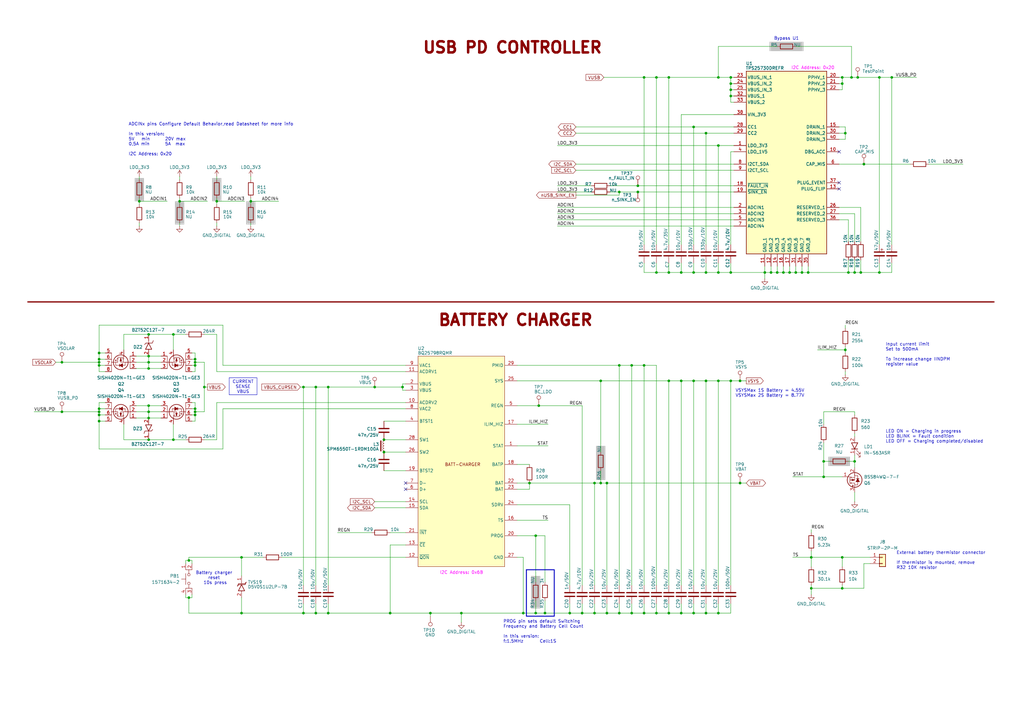
<source format=kicad_sch>
(kicad_sch (version 20250114) (generator "eeschema") (generator_version "9.0")
  (paper "A3")
  (title_block (date "07-03-2025") (rev "1") (comment 1 "Flatburn_V4") (comment 2 "Luca Brighenti") (comment 3 "-") (comment 4 "MIT"))
  (lib_symbols
    (symbol "Flatburn_V4_symbol_library:BAT-CHARGE - BQ25798RQMR"
      (property "Reference" "U" (at -18.796 49.276 0))
      (property "Value" "BQ25798RQMR" (at -18.796 47.498 0))
      (symbol "BAT-CHARGE - BQ25798RQMR_0_1"
        (pin power_in line (at -24.13 41.91 0) (length 5.08) (name "VAC1") (number "9"))
        (pin power_in line (at -24.13 39.37 0) (length 5.08) (name "ACDRV1") (number "11"))
        (pin power_in line (at -24.13 34.29 0) (length 5.08) (name "VBUS") (number "2"))
        (pin power_in line (at -24.13 31.75 0) (length 5.08) (name "VBUS") (number "3"))
        (pin power_in line (at -24.13 26.67 0) (length 5.08) (name "ACDRV2") (number "10"))
        (pin power_in line (at -24.13 24.13 0) (length 5.08) (name "VAC2") (number "8"))
        (pin power_in line (at -24.13 19.05 0) (length 5.08) (name "BTST1") (number "4"))
        (pin power_in line (at -24.13 11.43 0) (length 5.08) (name "SW1") (number "28"))
        (pin power_in line (at -24.13 6.35 0) (length 5.08) (name "SW2") (number "26"))
        (pin power_out line (at -24.13 -1.27 0) (length 5.08) (name "BTST2") (number "19"))
        (pin bidirectional line (at -24.13 -6.35 0) (length 5.08) (name "D-") (number "7"))
        (pin bidirectional line (at -24.13 -8.89 0) (length 5.08) (name "D+") (number "6"))
        (pin input line (at -24.13 -13.97 0) (length 5.08) (name "SCL") (number "14"))
        (pin bidirectional line (at -24.13 -16.51 0) (length 5.08) (name "SDA") (number "15"))
        (pin power_in line (at 21.59 41.91 180) (length 5.08) (name "PMID") (number "29"))
        (pin power_out line (at 21.59 35.56 180) (length 5.08) (name "SYS") (number "25"))
        (pin power_in line (at 21.59 25.4 180) (length 5.08) (name "REGN") (number "5"))
        (pin input line (at 21.59 17.78 180) (length 5.08) (name "ILIM_HIZ") (number "17"))
        (pin output line (at 21.59 8.89 180) (length 5.08) (name "STAT") (number "1"))
        (pin power_in line (at 21.59 1.27 180) (length 5.08) (name "BATP") (number "18"))
        (pin power_out line (at 21.59 -6.35 180) (length 5.08) (name "BAT") (number "22"))
        (pin power_out line (at 21.59 -8.89 180) (length 5.08) (name "BAT") (number "23"))
        (pin power_out line (at 21.59 -15.24 180) (length 5.08) (name "SDRV") (number "24"))
        (pin input line (at 21.59 -21.59 180) (length 5.08) (name "TS") (number "16"))
        (pin input line (at 21.59 -27.94 180) (length 5.08) (name "PROG") (number "20"))
        (pin power_in line (at 21.59 -36.83 180) (length 5.08) (name "GND") (number "27"))
      )
      (symbol "BAT-CHARGE - BQ25798RQMR_1_1"
        (text "BATT-CHARGER" (at -0.762 1.27 0) (effects (font (size 1.27 1.27))))
        (pin output line (at -24.13 -26.67 0) (length 5.08) (name "~{INT}") (number "21"))
        (pin input line (at -24.13 -31.75 0) (length 5.08) (name "~{CE}") (number "13"))
        (pin input line (at -24.13 -36.83 0) (length 5.08) (name "~{QON}") (number "12"))
      )
    )
    (symbol "Flatburn_V4_symbol_library:CS-C-0402-100n/50V-10%" (pin_numbers (hide yes))
      (property "Reference" "C" (at -1.778 -4.318 90))
      (property "Value" "100n/50V" (at -1.778 1.27 90))
      (symbol "CS-C-0402-100n/50V-10%_1_1"
        (pin passive line (at 0 3.81 270) (length 2.794) (name "~") (number "1"))
        (pin passive line (at 0 -3.81 90) (length 2.794) (name "~") (number "2"))
      )
    )
    (symbol "Flatburn_V4_symbol_library:CS-C-0402-10n/50V-10%" (pin_numbers (hide yes))
      (property "Reference" "C" (at -1.778 -4.318 90))
      (property "Value" "10n/50V" (at -1.778 1.27 90))
      (symbol "CS-C-0402-10n/50V-10%_1_1"
        (pin passive line (at 0 3.81 270) (length 2.794) (name "~") (number "1"))
        (pin passive line (at 0 -3.81 90) (length 2.794) (name "~") (number "2"))
      )
    )
    (symbol "Flatburn_V4_symbol_library:CS-C-0402-1n/50V-10%" (pin_numbers (hide yes))
      (property "Reference" "C" (at -1.778 -4.318 90))
      (property "Value" "1n/50V" (at -1.778 1.27 90))
      (symbol "CS-C-0402-1n/50V-10%_1_1"
        (pin passive line (at 0 3.81 270) (length 2.794) (name "~") (number "1"))
        (pin passive line (at 0 -3.81 90) (length 2.794) (name "~") (number "2"))
      )
    )
    (symbol "Flatburn_V4_symbol_library:CS-C-0402-330p/10V-10%" (pin_numbers (hide yes))
      (property "Reference" "C" (at -1.778 -4.318 90))
      (property "Value" "330p/10V" (at -1.778 1.27 90))
      (symbol "CS-C-0402-330p/10V-10%_1_1"
        (pin passive line (at 0 3.81 270) (length 2.794) (name "~") (number "1"))
        (pin passive line (at 0 -3.81 90) (length 2.794) (name "~") (number "2"))
      )
    )
    (symbol "Flatburn_V4_symbol_library:CS-C-0402-47n/25V-10%" (pin_numbers (hide yes))
      (property "Reference" "C" (at -1.778 -4.318 90))
      (property "Value" "47n/25V" (at -1.778 1.27 90))
      (symbol "CS-C-0402-47n/25V-10%_1_1"
        (pin passive line (at 0 3.81 270) (length 2.794) (name "~") (number "1"))
        (pin passive line (at 0 -3.81 90) (length 2.794) (name "~") (number "2"))
      )
    )
    (symbol "Flatburn_V4_symbol_library:CS-C-0603-10u/10V-10%" (pin_numbers (hide yes))
      (property "Reference" "C" (at -1.778 -4.318 90))
      (property "Value" "10u/10V" (at -1.778 1.27 90))
      (symbol "CS-C-0603-10u/10V-10%_1_1"
        (pin passive line (at 0 3.81 270) (length 2.794) (name "~") (number "1"))
        (pin passive line (at 0 -3.81 90) (length 2.794) (name "~") (number "2"))
      )
    )
    (symbol "Flatburn_V4_symbol_library:CS-C-0603-10u/25V-10%" (pin_numbers (hide yes))
      (property "Reference" "C" (at -1.778 -4.318 90))
      (property "Value" "10u/25V" (at -1.778 1.27 90))
      (symbol "CS-C-0603-10u/25V-10%_1_1"
        (pin passive line (at 0 3.81 270) (length 2.794) (name "~") (number "1"))
        (pin passive line (at 0 -3.81 90) (length 2.794) (name "~") (number "2"))
      )
    )
    (symbol "Flatburn_V4_symbol_library:CS-C-0603-10u/25V-20%" (pin_numbers (hide yes))
      (property "Reference" "C" (at -1.778 -4.318 90))
      (property "Value" "10u/25V" (at -1.778 1.27 90))
      (symbol "CS-C-0603-10u/25V-20%_1_1"
        (pin passive line (at 0 3.81 270) (length 2.794) (name "~") (number "1"))
        (pin passive line (at 0 -3.81 90) (length 2.794) (name "~") (number "2"))
      )
    )
    (symbol "Flatburn_V4_symbol_library:CS-C-0603-4.7u/10V-10%" (pin_numbers (hide yes))
      (property "Reference" "C" (at -1.778 -4.318 90))
      (property "Value" "4.7u/10V" (at -1.778 1.27 90))
      (symbol "CS-C-0603-4.7u/10V-10%_1_1"
        (pin passive line (at 0 3.81 270) (length 2.794) (name "~") (number "1"))
        (pin passive line (at 0 -3.81 90) (length 2.794) (name "~") (number "2"))
      )
    )
    (symbol "Flatburn_V4_symbol_library:CS-C-0603-4.7u/35V-10%" (pin_numbers (hide yes))
      (property "Reference" "C" (at -1.778 -4.318 90))
      (property "Value" "4.7u/35V" (at -1.778 1.27 90))
      (symbol "CS-C-0603-4.7u/35V-10%_1_1"
        (pin passive line (at 0 3.81 270) (length 2.794) (name "~") (number "1"))
        (pin passive line (at 0 -3.81 90) (length 2.794) (name "~") (number "2"))
      )
    )
    (symbol "Flatburn_V4_symbol_library:CS-C-0805-10u/50V-10%" (pin_numbers (hide yes))
      (property "Reference" "C" (at -1.778 -4.318 90))
      (property "Value" "10u/50V" (at -1.778 1.27 90))
      (symbol "CS-C-0805-10u/50V-10%_1_1"
        (pin passive line (at 0 3.81 270) (length 2.794) (name "~") (number "1"))
        (pin passive line (at 0 -3.81 90) (length 2.794) (name "~") (number "2"))
      )
    )
    (symbol "Flatburn_V4_symbol_library:CS-P-8x10-47u/50V-20%" (pin_numbers (hide yes))
      (property "Reference" "C" (at -1.778 -4.318 90))
      (property "Value" "47u/50V" (at -1.778 1.27 90))
      (symbol "CS-P-8x10-47u/50V-20%_1_1"
        (pin passive line (at 0 3.81 270) (length 2.794) (name "~") (number "1"))
        (pin passive line (at 0 -3.81 90) (length 2.794) (name "~") (number "2"))
      )
    )
    (symbol "Flatburn_V4_symbol_library:GND" (power) (pin_numbers (hide yes)) (pin_names (offset 0) (hide yes))
      (property "Value" "GND" (at 0 -3.81 0))
      (symbol "GND_1_1"
        (pin power_in line (at 0 0 270) (length 0) (name "~") (number "1"))
      )
    )
    (symbol "Flatburn_V4_symbol_library:LED - RED - RIGHT ANGLE - 2.6V 20mA" (pin_names (hide yes))
      (property "Reference" "LD" (at -7.62 5.334 0))
      (property "Value" "IN-S63ASR" (at -7.62 3.556 0))
      (symbol "LED - RED - RIGHT ANGLE - 2.6V 20mA_1_1"
        (pin passive line (at -3.81 0 0) (length 2.54) (name "K") (number "1"))
        (pin passive line (at 3.81 0 180) (length 2.54) (name "A") (number "2"))
      )
    )
    (symbol "Flatburn_V4_symbol_library:NMOS - 30V 35A -  SISH402DN-T1-GE3" (pin_names (offset 0.254) (hide yes))
      (property "Reference" "Q" (at -23.622 5.08 0))
      (property "Value" "SISH402DN-T1-GE3" (at -23.876 3.048 0))
      (symbol "NMOS - 30V 35A -  SISH402DN-T1-GE3_1_1"
        (text "n" (at -0.762 2.032 0) (effects (font (size 0.889 0.889))))
        (pin passive line (at -5.08 -1.27 0) (length 2.54) (name "G") (number "4"))
        (pin passive line (at -3.81 6.35 270) (length 2.54) (name "D") (number "5"))
        (pin passive line (at -2.54 -6.35 90) (length 2.54) (name "S") (number "1"))
        (pin passive line (at -1.27 6.35 270) (length 2.54) (name "D") (number "6"))
        (pin passive line (at 0 -6.35 90) (length 2.54) (name "S") (number "2"))
        (pin passive line (at 1.27 6.35 270) (length 2.54) (name "D") (number "7"))
        (pin passive line (at 2.54 -6.35 90) (length 2.54) (name "S") (number "3"))
        (pin passive line (at 3.81 6.35 270) (length 2.54) (name "D") (number "8"))
        (pin passive line (at 3.81 6.35 270) (length 2.54) (hide yes) (name "D") (number "9"))
      )
    )
    (symbol "Flatburn_V4_symbol_library:PB - 1571634-2 - 24V 50mA" (pin_names (hide yes))
      (property "Reference" "PB" (at -7.874 10.668 0))
      (property "Value" "1571634-2" (at -8.128 8.636 0))
      (symbol "PB - 1571634-2 - 24V 50mA_0_1"
        (pin passive line (at -6.35 1.27 0) (length 2.54) (name "1") (number "1"))
        (pin passive line (at -6.35 -1.27 0) (length 2.54) (name "2") (number "2"))
        (pin passive line (at 6.35 1.27 180) (length 2.54) (name "4") (number "4"))
        (pin passive line (at 6.35 -1.27 180) (length 2.54) (name "3") (number "3"))
      )
    )
    (symbol "Flatburn_V4_symbol_library:PMOS - 50V 130mA -  BSS84WQ-7-F" (pin_names (offset 0.254) (hide yes))
      (property "Reference" "Q" (at -17.272 5.08 0))
      (property "Value" "BSS84WQ-7-F" (at -17.272 3.302 0))
      (symbol "PMOS - 50V 130mA -  BSS84WQ-7-F_1_1"
        (text "p" (at -0.762 2.286 0) (effects (font (size 0.8128 0.8128))))
        (pin passive line (at -5.08 -1.27 0) (length 2.54) (name "G") (number "1"))
        (pin passive line (at 0 5.08 270) (length 2.54) (name "D") (number "3"))
        (pin input line (at 0 -5.08 90) (length 2.54) (name "S") (number "2"))
      )
    )
    (symbol "Flatburn_V4_symbol_library:PW  - 10uH/15.8A - SPM6550T-1R0M100A" (pin_numbers (hide yes)) (pin_names (hide yes))
      (property "Reference" "L" (at -5.334 1.524 0))
      (property "Value" "SPM6550T-1R0M100A" (at -24.13 -0.508 0))
      (symbol "PW  - 10uH/15.8A - SPM6550T-1R0M100A_1_1"
        (pin passive line (at 0 2.54 270) (length 0.508) (name "~") (number "1"))
        (pin passive line (at 0 -2.54 90) (length 0.508) (name "~") (number "2"))
      )
    )
    (symbol "Flatburn_V4_symbol_library:RS-0402-0R 1/5W 0.5%" (pin_numbers (hide yes)) (pin_names (hide yes))
      (property "Reference" "R" (at -1.778 -6.096 90))
      (property "Value" "0R" (at -1.778 3.556 90))
      (symbol "RS-0402-0R 1/5W 0.5%_1_1"
        (pin passive line (at 0 3.81 270) (length 1.27) (name "~") (number "1"))
        (pin passive line (at 0 -3.81 90) (length 1.27) (name "~") (number "2"))
      )
    )
    (symbol "Flatburn_V4_symbol_library:RS-0402-100K 1/16W 1%" (pin_numbers (hide yes)) (pin_names (hide yes))
      (property "Reference" "R" (at -1.778 -6.096 90))
      (property "Value" "100k" (at -1.778 3.556 90))
      (symbol "RS-0402-100K 1/16W 1%_1_1"
        (pin passive line (at 0 3.81 270) (length 1.27) (name "~") (number "1"))
        (pin passive line (at 0 -3.81 90) (length 1.27) (name "~") (number "2"))
      )
    )
    (symbol "Flatburn_V4_symbol_library:RS-0402-100R 1/16W 1%" (pin_numbers (hide yes)) (pin_names (hide yes))
      (property "Reference" "R" (at -1.778 -6.096 90))
      (property "Value" "100R" (at -1.778 3.556 90))
      (symbol "RS-0402-100R 1/16W 1%_1_1"
        (pin passive line (at 0 3.81 270) (length 1.27) (name "~") (number "1"))
        (pin passive line (at 0 -3.81 90) (length 1.27) (name "~") (number "2"))
      )
    )
    (symbol "Flatburn_V4_symbol_library:RS-0402-10K 1/16W 1%" (pin_numbers (hide yes)) (pin_names (hide yes))
      (property "Reference" "R" (at -1.778 -6.096 90))
      (property "Value" "10k" (at -1.778 3.556 90))
      (symbol "RS-0402-10K 1/16W 1%_1_1"
        (pin passive line (at 0 3.81 270) (length 1.27) (name "~") (number "1"))
        (pin passive line (at 0 -3.81 90) (length 1.27) (name "~") (number "2"))
      )
    )
    (symbol "Flatburn_V4_symbol_library:RS-0402-255K 1/16W 1%" (pin_numbers (hide yes)) (pin_names (hide yes))
      (property "Reference" "R" (at -1.778 -6.096 90))
      (property "Value" "255k" (at -1.778 3.556 90))
      (symbol "RS-0402-255K 1/16W 1%_1_1"
        (pin passive line (at 0 3.81 270) (length 1.27) (name "~") (number "1"))
        (pin passive line (at 0 -3.81 90) (length 1.27) (name "~") (number "2"))
      )
    )
    (symbol "Flatburn_V4_symbol_library:RS-0402-30K1 1/16W 1%" (pin_numbers (hide yes)) (pin_names (hide yes))
      (property "Reference" "R" (at -1.778 -6.096 90))
      (property "Value" "30.1k" (at -1.778 3.556 90))
      (symbol "RS-0402-30K1 1/16W 1%_1_1"
        (pin passive line (at 0 3.81 270) (length 1.27) (name "~") (number "1"))
        (pin passive line (at 0 -3.81 90) (length 1.27) (name "~") (number "2"))
      )
    )
    (symbol "Flatburn_V4_symbol_library:RS-0402-560R 1/16W 1%" (pin_numbers (hide yes)) (pin_names (hide yes))
      (property "Reference" "R" (at -1.778 -6.096 90))
      (property "Value" "560R" (at -1.778 3.556 90))
      (symbol "RS-0402-560R 1/16W 1%_1_1"
        (pin passive line (at 0 3.81 270) (length 1.27) (name "~") (number "1"))
        (pin passive line (at 0 -3.81 90) (length 1.27) (name "~") (number "2"))
      )
    )
    (symbol "Flatburn_V4_symbol_library:RS-0402-5K23 1/16W 1%" (pin_numbers (hide yes)) (pin_names (hide yes))
      (property "Reference" "R" (at -1.778 -6.096 90))
      (property "Value" "5.23k" (at -1.778 3.556 90))
      (symbol "RS-0402-5K23 1/16W 1%_1_1"
        (pin passive line (at 0 3.81 270) (length 1.27) (name "~") (number "1"))
        (pin passive line (at 0 -3.81 90) (length 1.27) (name "~") (number "2"))
      )
    )
    (symbol "Flatburn_V4_symbol_library:RS-0603-0R 1/10W 2A" (pin_numbers (hide yes)) (pin_names (hide yes))
      (property "Reference" "R" (at -1.778 -6.096 90))
      (property "Value" "0R" (at -1.778 3.556 90))
      (symbol "RS-0603-0R 1/10W 2A_1_1"
        (pin passive line (at 0 3.81 270) (length 1.27) (name "~") (number "1"))
        (pin passive line (at 0 -3.81 90) (length 1.27) (name "~") (number "2"))
      )
    )
    (symbol "Flatburn_V4_symbol_library:RS-0603-294R 1/16W 1%" (pin_numbers (hide yes)) (pin_names (hide yes))
      (property "Reference" "R" (at -1.778 -6.096 90))
      (property "Value" "264R" (at -1.778 3.556 90))
      (symbol "RS-0603-294R 1/16W 1%_1_1"
        (pin passive line (at 0 3.81 270) (length 1.27) (name "~") (number "1"))
        (pin passive line (at 0 -3.81 90) (length 1.27) (name "~") (number "2"))
      )
    )
    (symbol "Flatburn_V4_symbol_library:RS-0603-3K 1/16W 1%" (pin_numbers (hide yes)) (pin_names (hide yes))
      (property "Reference" "R" (at -1.778 -6.096 90))
      (property "Value" "3k" (at -1.778 3.556 90))
      (symbol "RS-0603-3K 1/16W 1%_1_1"
        (pin passive line (at 0 3.81 270) (length 1.27) (name "~") (number "1"))
        (pin passive line (at 0 -3.81 90) (length 1.27) (name "~") (number "2"))
      )
    )
    (symbol "Flatburn_V4_symbol_library:RS-0603-6K04 1/16W 1%" (pin_numbers (hide yes)) (pin_names (hide yes))
      (property "Reference" "R" (at -1.778 -6.096 90))
      (property "Value" "6.04k" (at -1.778 3.556 90))
      (symbol "RS-0603-6K04 1/16W 1%_1_1"
        (pin passive line (at 0 3.81 270) (length 1.27) (name "~") (number "1"))
        (pin passive line (at 0 -3.81 90) (length 1.27) (name "~") (number "2"))
      )
    )
    (symbol "Flatburn_V4_symbol_library:RS-1206-0R 1/4W 3,5A" (pin_numbers (hide yes)) (pin_names (hide yes))
      (property "Reference" "R" (at -1.778 -6.096 90))
      (property "Value" "0R" (at -1.778 3.556 90))
      (symbol "RS-1206-0R 1/4W 3,5A_1_1"
        (pin passive line (at 0 3.81 270) (length 1.27) (name "~") (number "1"))
        (pin passive line (at 0 -3.81 90) (length 1.27) (name "~") (number "2"))
      )
    )
    (symbol "Flatburn_V4_symbol_library:STRIP - 2P - MDT " (pin_names (hide yes))
      (property "Reference" "J" (at -2.794 6.35 0))
      (property "Value" "STRIP-2P-M" (at -3.048 4.572 0))
      (symbol "STRIP - 2P - MDT _1_1"
        (pin passive line (at 3.81 1.27 180) (length 3.81) (name "Pin_1") (number "1"))
        (pin passive line (at 3.81 -1.27 180) (length 3.81) (name "Pin_2") (number "2"))
      )
    )
    (symbol "Flatburn_V4_symbol_library:TVS/ESD - UNI - 5,5V/500W_1 - D5V0S1U2LP-7B"
      (property "Reference" "TVS" (at -6.604 6.096 0))
      (property "Value" "D5V0S1U2LP-7B" (at -6.604 4.318 0))
      (symbol "TVS/ESD - UNI - 5,5V/500W_1 - D5V0S1U2LP-7B_1_1"
        (pin passive line (at -3.81 0 0) (length 2.54) (name "") (number "1"))
        (pin passive line (at 5.08 0 180) (length 2.54) (name "") (number "2"))
      )
    )
    (symbol "Flatburn_V4_symbol_library:TestPoint" (pin_numbers (hide yes)) (pin_names (offset 0.762) (hide yes))
      (property "Reference" "TP" (at 0 6.858 0))
      (property "Value" "TestPoint" (at 0 5.08 0))
      (symbol "TestPoint_1_1"
        (pin passive line (at 0 0 90) (length 2.54) (name "1") (number "1"))
      )
    )
    (symbol "Flatburn_V4_symbol_library:USB - PD INTERFACE - TPS25730DREFR"
      (property "Reference" "U" (at -16.256 31.496 0))
      (property "Value" "TPS25730DREFR" (at -16.256 29.718 0))
      (symbol "USB - PD INTERFACE - TPS25730DREFR_1_1"
        (pin passive line (at -21.59 25.4 0) (length 5.08) (name "VBUS_IN_1") (number "23"))
        (pin passive line (at -21.59 22.86 0) (length 5.08) (name "VBUS_IN_2") (number "24"))
        (pin passive line (at -21.59 20.32 0) (length 5.08) (name "VBUS_IN_3") (number "25"))
        (pin passive line (at -21.59 20.32 0) (length 5.08) (hide yes) (name "VBUS_IN_4") (number "42"))
        (pin passive line (at -21.59 17.78 0) (length 5.08) (name "VBUS_1") (number "32"))
        (pin passive line (at -21.59 15.24 0) (length 5.08) (name "VBUS_2") (number "33"))
        (pin passive line (at -21.59 15.24 0) (length 5.08) (hide yes) (name "VBUS_3") (number "43"))
        (pin passive line (at -21.59 10.16 0) (length 5.08) (name "VIN_3V3") (number "38"))
        (pin passive line (at -21.59 5.08 0) (length 5.08) (name "CC1") (number "28"))
        (pin passive line (at -21.59 2.54 0) (length 5.08) (name "CC2") (number "29"))
        (pin passive line (at -21.59 -2.54 0) (length 5.08) (name "LDO_3V3") (number "1"))
        (pin passive line (at -21.59 -5.08 0) (length 5.08) (name "LDO_1V5") (number "4"))
        (pin passive line (at -21.59 -10.16 0) (length 5.08) (name "I2CT_SDA") (number "8"))
        (pin passive line (at -21.59 -12.7 0) (length 5.08) (name "I2CT_SCL") (number "9"))
        (pin passive line (at -21.59 -19.05 0) (length 5.08) (name "~{FAULT_IN}") (number "18"))
        (pin passive line (at -21.59 -21.59 0) (length 5.08) (name "~{SINK_EN}") (number "19"))
        (pin passive line (at -21.59 -27.94 0) (length 5.08) (name "ADCIN1") (number "2"))
        (pin passive line (at -21.59 -30.48 0) (length 5.08) (name "ADCIN2") (number "3"))
        (pin passive line (at -21.59 -33.02 0) (length 5.08) (name "ADCIN3") (number "5"))
        (pin passive line (at -21.59 -35.56 0) (length 5.08) (name "ADCIN4") (number "7"))
        (pin passive line (at -8.89 -52.07 90) (length 5.08) (name "GND_1") (number "11"))
        (pin passive line (at -6.35 -52.07 90) (length 5.08) (name "GND_2") (number "12"))
        (pin passive line (at -3.81 -52.07 90) (length 5.08) (name "GND_3") (number "14"))
        (pin passive line (at -1.27 -52.07 90) (length 5.08) (name "GND_4") (number "16"))
        (pin passive line (at 1.27 -52.07 90) (length 5.08) (name "GND_5") (number "17"))
        (pin passive line (at 3.81 -52.07 90) (length 5.08) (name "GND_6") (number "31"))
        (pin passive line (at 6.35 -52.07 90) (length 5.08) (name "GND_7") (number "34"))
        (pin passive line (at 6.35 -52.07 90) (length 5.08) (hide yes) (name "GND_9") (number "39"))
        (pin passive line (at 8.89 -52.07 90) (length 5.08) (name "GND_8") (number "35"))
        (pin passive line (at 8.89 -52.07 90) (length 5.08) (hide yes) (name "GND_10") (number "44"))
        (pin passive line (at 21.59 25.4 180) (length 5.08) (name "PPHV_1") (number "20"))
        (pin passive line (at 21.59 22.86 180) (length 5.08) (name "PPHV_2") (number "21"))
        (pin passive line (at 21.59 20.32 180) (length 5.08) (name "PPHV_3") (number "22"))
        (pin passive line (at 21.59 20.32 180) (length 5.08) (hide yes) (name "PPHV_4") (number "41"))
        (pin passive line (at 21.59 5.08 180) (length 5.08) (name "DRAIN_1") (number "15"))
        (pin passive line (at 21.59 2.54 180) (length 5.08) (name "DRAIN_2") (number "30"))
        (pin passive line (at 21.59 0 180) (length 5.08) (name "DRAIN_3") (number "40"))
        (pin passive line (at 21.59 -5.08 180) (length 5.08) (name "DBG_ACC") (number "10"))
        (pin passive line (at 21.59 -10.16 180) (length 5.08) (name "CAP_MIS") (number "6"))
        (pin passive line (at 21.59 -17.78 180) (length 5.08) (name "PLUG_EVENT") (number "37"))
        (pin passive line (at 21.59 -20.32 180) (length 5.08) (name "PLUG_FLIP") (number "13"))
        (pin passive line (at 21.59 -27.94 180) (length 5.08) (name "RESERVED_1") (number "26"))
        (pin passive line (at 21.59 -30.48 180) (length 5.08) (name "RESERVED_2") (number "27"))
        (pin passive line (at 21.59 -33.02 180) (length 5.08) (name "RESERVED_3") (number "36"))
      )
    )
    (symbol "Flatburn_V4_symbol_library:VPP" (power) (pin_numbers (hide yes)) (pin_names (offset 0) (hide yes))
      (property "Value" "VPP" (at 0 3.556 0))
      (symbol "VPP_1_1"
        (pin power_in line (at 0 0 90) (length 0) (name "~") (number "1"))
      )
    )
    (symbol "Flatburn_V4_symbol_library:ZENER - UNI- 12V/300mW - BZT52C12T-7"
      (property "Reference" "DZ" (at -6.604 6.096 0))
      (property "Value" "BZT52C12T-7" (at -6.604 4.318 0))
      (symbol "ZENER - UNI- 12V/300mW - BZT52C12T-7_1_1"
        (pin passive line (at -3.81 0 0) (length 2.54) (name "") (number "1"))
        (pin passive line (at 5.08 0 180) (length 2.54) (name "") (number "2"))
      )
    )
  )
  (rectangle (start 71.755 82.55) (end 75.565 92.075) (stroke (width -0.0001) (color 194 194 194 1)) (fill (type color) (color 194 194 194 1)))
  (rectangle (start 55.245 73.025) (end 59.055 82.55) (stroke (width -0.0001) (color 194 194 194 1)) (fill (type color) (color 194 194 194 1)))
  (rectangle (start 100.965 82.55) (end 104.775 92.075) (stroke (width -0.0001) (color 194 194 194 1)) (fill (type color) (color 194 194 194 1)))
  (rectangle (start 244.475 182.88) (end 248.285 196.85) (stroke (width -0.0001) (color 194 194 194 1)) (fill (type color) (color 194 194 194 1)))
  (rectangle (start 93.98 154.94) (end 105.41 161.925))
  (rectangle (start 339.725 187.325) (end 348.615 191.135) (stroke (width -0.0001) (color 194 194 194 1)) (fill (type color) (color 194 194 194 1)))
  (rectangle (start 217.805 236.22) (end 221.615 249.555) (stroke (width -0.0001) (color 194 194 194 1)) (fill (type color) (color 194 194 194 1)))
  (rectangle (start 215.9 233.68) (end 227.33 252.73) (stroke (width 0.381)))
  (rectangle (start 86.995 73.025) (end 90.805 82.55) (stroke (width -0.0001) (color 194 194 194 1)) (fill (type color) (color 194 194 194 1)))
  (rectangle (start 315.595 17.145) (end 329.565 20.955) (stroke (width -0.0001) (color 194 194 194 1)) (fill (type color) (color 194 194 194 1)))
  (text "ADCINx pins Configure Default Behavior,read Datasheet for more info\n\nIn this version: 	\n5V   min	20V max\n0,5A min	5A  max\n\nI2C Address: 0x20					" (at 52.705 57.15 0) (effects (font (size 1.27 1.27) (thickness 0.1588)) (justify left)))
  (text "CURRENT\nSENSE\nVBUS\n" (at 99.695 158.75 0) (effects (font (size 1.27 1.27))))
  (text "PROG pin sets default Switching \nFrequency and Battery Cell Count\n\nIn this version: \nf:1.5MHz 	Cell:1S\n" (at 206.375 259.08 0) (effects (font (size 1.27 1.27)) (justify left)))
  (text "I2C Address: 0x6B					" (at 180.34 234.95 0) (effects (font (size 1.27 1.27) (thickness 0.1588)) (justify left)))
  (text "Bypass U1\n" (at 322.58 15.875 0) (effects (font (size 1.27 1.27))))
  (text "External battery thermistor connector\n\nIf thermistor is mounted, remove \nR32 10K resistor\n" (at 367.665 229.87 0) (effects (font (size 1.27 1.27)) (justify left)))
  (text "BATTERY CHARGER" (at 211.455 131.445 0) (effects (font (size 4.572 4.572) (thickness 1.016) (bold yes))))
  (text "Battery charger \nreset \n10s press\n\n" (at 88.265 238.125 0) (effects (font (size 1.27 1.27))))
  (text "VSYSMax 1S Battery = 4.55V\nVSYSMax 2S Battery = 8.77V" (at 301.625 161.29 0) (effects (font (size 1.27 1.27)) (justify left)))
  (text "Input current limit\nSet to 500mA\n\nTo increase change IINDPM \nregister value\n" (at 363.22 145.415 0) (effects (font (size 1.27 1.27)) (justify left)))
  (text "LED ON = Charging in progress\nLED BLINK = Fault condition	\nLED OFF = Charging completed/disabled" (at 363.22 179.07 0) (effects (font (size 1.27 1.27)) (justify left)))
  (text "I2C Address: 0x20					" (at 324.485 27.94 0) (effects (font (size 1.27 1.27) (thickness 0.1588)) (justify left)))
  (text "USB PD CONTROLLER" (at 210.185 19.685 0) (effects (font (size 4.572 4.572) (thickness 1.016) (bold yes))))
  (junction (at 279.4 251.46))
  (junction (at 99.06 251.46))
  (junction (at 261.62 76.2))
  (junction (at 160.02 251.46))
  (junction (at 189.23 251.46))
  (junction (at 40.64 144.78))
  (junction (at 102.87 82.55))
  (junction (at 347.98 111.76))
  (junction (at 25.4 168.91))
  (junction (at 80.01 149.86))
  (junction (at 40.64 168.91))
  (junction (at 124.46 158.75))
  (junction (at 60.96 151.13))
  (junction (at 360.68 111.76))
  (junction (at 323.85 111.76))
  (junction (at 354.33 67.31))
  (junction (at 40.64 147.32))
  (junction (at 217.17 198.12))
  (junction (at 124.46 251.46))
  (junction (at 40.64 172.72))
  (junction (at 80.01 148.59))
  (junction (at 299.72 36.83))
  (junction (at 294.64 59.69))
  (junction (at 261.62 78.74))
  (junction (at 299.72 39.37))
  (junction (at 254 78.74))
  (junction (at 313.69 111.76))
  (junction (at 71.12 137.16))
  (junction (at 269.24 31.75))
  (junction (at 289.56 54.61))
  (junction (at 223.52 251.46))
  (junction (at 238.76 251.46))
  (junction (at 299.72 31.75))
  (junction (at 337.82 189.23))
  (junction (at 303.53 198.12))
  (junction (at 350.52 189.23))
  (junction (at 40.64 148.59))
  (junction (at 243.84 198.12))
  (junction (at 214.63 251.46))
  (junction (at 219.71 219.71))
  (junction (at 259.08 149.86))
  (junction (at 289.56 251.46))
  (junction (at 318.77 111.76))
  (junction (at 254 149.86))
  (junction (at 243.84 251.46))
  (junction (at 353.06 111.76))
  (junction (at 345.44 31.75))
  (junction (at 351.79 31.75))
  (junction (at 321.31 111.76))
  (junction (at 264.16 149.86))
  (junction (at 233.68 251.46))
  (junction (at 269.24 251.46))
  (junction (at 88.9 82.55))
  (junction (at 345.44 241.3))
  (junction (at 365.76 31.75))
  (junction (at 134.62 251.46))
  (junction (at 284.48 156.21))
  (junction (at 360.68 31.75))
  (junction (at 294.64 156.21))
  (junction (at 259.08 251.46))
  (junction (at 303.53 156.21))
  (junction (at 254 251.46))
  (junction (at 316.23 111.76))
  (junction (at 71.12 180.34))
  (junction (at 284.48 52.07))
  (junction (at 77.47 229.87))
  (junction (at 332.74 241.3))
  (junction (at 328.93 111.76))
  (junction (at 294.64 251.46))
  (junction (at 80.01 167.64))
  (junction (at 299.72 111.76))
  (junction (at 345.44 34.29))
  (junction (at 219.71 251.46))
  (junction (at 299.72 34.29))
  (junction (at 129.54 158.75))
  (junction (at 350.52 111.76))
  (junction (at 60.96 166.37))
  (junction (at 274.32 111.76))
  (junction (at 153.67 158.75))
  (junction (at 60.96 146.05))
  (junction (at 80.01 170.18))
  (junction (at 284.48 251.46))
  (junction (at 248.92 198.12))
  (junction (at 279.4 111.76))
  (junction (at 274.32 251.46))
  (junction (at 269.24 111.76))
  (junction (at 346.71 54.61))
  (junction (at 294.64 111.76))
  (junction (at 332.74 228.6))
  (junction (at 349.25 31.75))
  (junction (at 25.4 148.59))
  (junction (at 60.96 137.16))
  (junction (at 165.1 158.75))
  (junction (at 129.54 251.46))
  (junction (at 40.64 167.64))
  (junction (at 57.15 82.55))
  (junction (at 157.48 185.42))
  (junction (at 60.96 168.91))
  (junction (at 176.53 251.46))
  (junction (at 60.96 180.34))
  (junction (at 337.82 195.58))
  (junction (at 99.06 228.6))
  (junction (at 83.82 158.75))
  (junction (at 73.66 82.55))
  (junction (at 220.98 166.37))
  (junction (at 279.4 156.21))
  (junction (at 40.64 149.86))
  (junction (at 331.47 111.76))
  (junction (at 40.64 170.18))
  (junction (at 264.16 251.46))
  (junction (at 80.01 147.32))
  (junction (at 294.64 31.75))
  (junction (at 77.47 245.11))
  (junction (at 345.44 228.6))
  (junction (at 299.72 156.21))
  (junction (at 60.96 148.59))
  (junction (at 248.92 251.46))
  (junction (at 134.62 158.75))
  (junction (at 264.16 31.75))
  (junction (at 284.48 111.76))
  (junction (at 80.01 168.91))
  (junction (at 346.71 143.51))
  (junction (at 326.39 111.76))
  (junction (at 60.96 171.45))
  (junction (at 246.38 198.12))
  (junction (at 289.56 156.21))
  (junction (at 289.56 111.76))
  (junction (at 246.38 156.21))
  (junction (at 274.32 156.21))
  (junction (at 274.32 31.75))
  (junction (at 157.48 180.34))
  (no_connect (at 344.17 62.23))
  (no_connect (at 166.37 198.12))
  (no_connect (at 344.17 77.47))
  (no_connect (at 344.17 74.93))
  (no_connect (at 166.37 200.66))
  (wire (pts (xy 217.17 200.66) (xy 217.17 198.12)))
  (wire (pts (xy 269.24 247.65) (xy 269.24 251.46)))
  (wire (pts (xy 250.19 78.74) (xy 254 78.74)))
  (wire (pts (xy 284.48 111.76) (xy 289.56 111.76)))
  (wire (pts (xy 80.01 147.32) (xy 80.01 148.59)))
  (wire (pts (xy 279.4 247.65) (xy 279.4 251.46)))
  (wire (pts (xy 124.46 251.46) (xy 124.46 247.65)))
  (wire (pts (xy 238.76 240.03) (xy 238.76 166.37)))
  (wire (pts (xy 344.17 52.07) (xy 346.71 52.07)))
  (wire (pts (xy 313.69 111.76) (xy 313.69 114.3)))
  (wire (pts (xy 299.72 36.83) (xy 299.72 34.29)))
  (wire (pts (xy 76.2 245.11) (xy 77.47 245.11)))
  (wire (pts (xy 134.62 158.75) (xy 134.62 240.03)))
  (wire (pts (xy 152.4 218.44) (xy 138.43 218.44)))
  (wire (pts (xy 284.48 52.07) (xy 284.48 100.33)))
  (wire (pts (xy 165.1 160.02) (xy 166.37 160.02)))
  (wire (pts (xy 236.22 54.61) (xy 289.56 54.61)))
  (wire (pts (xy 189.23 251.46) (xy 189.23 255.27)))
  (wire (pts (xy 99.06 245.11) (xy 99.06 251.46)))
  (wire (pts (xy 332.74 228.6) (xy 332.74 232.41)))
  (wire (pts (xy 78.74 147.32) (xy 80.01 147.32)))
  (wire (pts (xy 299.72 156.21) (xy 303.53 156.21)))
  (wire (pts (xy 254 149.86) (xy 212.09 149.86)))
  (wire (pts (xy 60.96 171.45) (xy 66.04 171.45)))
  (wire (pts (xy 332.74 243.84) (xy 332.74 241.3)))
  (wire (pts (xy 73.66 81.28) (xy 73.66 82.55)))
  (wire (pts (xy 71.12 137.16) (xy 71.12 143.51)))
  (wire (pts (xy 214.63 251.46) (xy 219.71 251.46)))
  (wire (pts (xy 294.64 251.46) (xy 299.72 251.46)))
  (wire (pts (xy 40.64 147.32) (xy 40.64 148.59)))
  (wire (pts (xy 294.64 31.75) (xy 294.64 19.05)))
  (wire (pts (xy 331.47 111.76) (xy 347.98 111.76)))
  (wire (pts (xy 365.76 100.33) (xy 365.76 31.75)))
  (wire (pts (xy 300.99 92.71) (xy 228.6 92.71)))
  (wire (pts (xy 50.8 137.16) (xy 50.8 143.51)))
  (wire (pts (xy 346.71 54.61) (xy 346.71 57.15)))
  (wire (pts (xy 323.85 111.76) (xy 326.39 111.76)))
  (wire (pts (xy 289.56 107.95) (xy 289.56 111.76)))
  (wire (pts (xy 88.9 81.28) (xy 88.9 82.55)))
  (wire (pts (xy 238.76 251.46) (xy 243.84 251.46)))
  (wire (pts (xy 353.06 106.68) (xy 353.06 111.76)))
  (wire (pts (xy 351.79 31.75) (xy 360.68 31.75)))
  (wire (pts (xy 40.64 133.35) (xy 40.64 144.78)))
  (wire (pts (xy 299.72 111.76) (xy 313.69 111.76)))
  (wire (pts (xy 246.38 156.21) (xy 246.38 185.42)))
  (wire (pts (xy 78.74 231.14) (xy 78.74 229.87)))
  (wire (pts (xy 129.54 158.75) (xy 134.62 158.75)))
  (wire (pts (xy 264.16 240.03) (xy 264.16 149.86)))
  (wire (pts (xy 233.68 207.01) (xy 212.09 207.01)))
  (wire (pts (xy 254 78.74) (xy 261.62 78.74)))
  (wire (pts (xy 337.82 173.99) (xy 337.82 168.91)))
  (wire (pts (xy 346.71 134.62) (xy 346.71 133.35)))
  (wire (pts (xy 55.88 146.05) (xy 60.96 146.05)))
  (wire (pts (xy 243.84 247.65) (xy 243.84 251.46)))
  (wire (pts (xy 264.16 31.75) (xy 264.16 100.33)))
  (wire (pts (xy 99.06 228.6) (xy 99.06 236.22)))
  (wire (pts (xy 344.17 34.29) (xy 345.44 34.29)))
  (wire (pts (xy 299.72 107.95) (xy 299.72 111.76)))
  (wire (pts (xy 13.97 168.91) (xy 25.4 168.91)))
  (wire (pts (xy 345.44 240.03) (xy 345.44 241.3)))
  (wire (pts (xy 238.76 247.65) (xy 238.76 251.46)))
  (wire (pts (xy 289.56 251.46) (xy 294.64 251.46)))
  (wire (pts (xy 43.18 167.64) (xy 40.64 167.64)))
  (wire (pts (xy 80.01 149.86) (xy 80.01 152.4)))
  (wire (pts (xy 254 247.65) (xy 254 251.46)))
  (wire (pts (xy 353.06 111.76) (xy 350.52 111.76)))
  (wire (pts (xy 328.93 111.76) (xy 331.47 111.76)))
  (wire (pts (xy 274.32 247.65) (xy 274.32 251.46)))
  (wire (pts (xy 212.09 166.37) (xy 220.98 166.37)))
  (wire (pts (xy 345.44 228.6) (xy 356.87 228.6)))
  (wire (pts (xy 303.53 198.12) (xy 248.92 198.12)))
  (wire (pts (xy 88.9 82.55) (xy 88.9 83.82)))
  (wire (pts (xy 55.88 148.59) (xy 60.96 148.59)))
  (wire (pts (xy 91.44 184.15) (xy 40.64 184.15)))
  (wire (pts (xy 102.87 92.71) (xy 102.87 91.44)))
  (wire (pts (xy 88.9 152.4) (xy 166.37 152.4)))
  (wire (pts (xy 350.52 99.06) (xy 350.52 87.63)))
  (wire (pts (xy 337.82 168.91) (xy 350.52 168.91)))
  (wire (pts (xy 165.1 157.48) (xy 166.37 157.48)))
  (wire (pts (xy 129.54 158.75) (xy 129.54 240.03)))
  (wire (pts (xy 60.96 166.37) (xy 66.04 166.37)))
  (wire (pts (xy 332.74 226.06) (xy 332.74 228.6)))
  (wire (pts (xy 88.9 137.16) (xy 88.9 152.4)))
  (wire (pts (xy 124.46 158.75) (xy 129.54 158.75)))
  (wire (pts (xy 189.23 251.46) (xy 214.63 251.46)))
  (wire (pts (xy 289.56 111.76) (xy 294.64 111.76)))
  (wire (pts (xy 279.4 111.76) (xy 284.48 111.76)))
  (wire (pts (xy 80.01 148.59) (xy 83.82 148.59)))
  (wire (pts (xy 176.53 252.73) (xy 176.53 251.46)))
  (wire (pts (xy 274.32 107.95) (xy 274.32 111.76)))
  (wire (pts (xy 228.6 78.74) (xy 242.57 78.74)))
  (wire (pts (xy 219.71 251.46) (xy 223.52 251.46)))
  (wire (pts (xy 303.53 156.21) (xy 306.07 156.21)))
  (wire (pts (xy 40.64 144.78) (xy 43.18 144.78)))
  (wire (pts (xy 289.56 156.21) (xy 294.64 156.21)))
  (wire (pts (xy 73.66 72.39) (xy 73.66 73.66)))
  (wire (pts (xy 347.98 90.17) (xy 344.17 90.17)))
  (wire (pts (xy 60.96 148.59) (xy 66.04 148.59)))
  (wire (pts (xy 345.44 36.83) (xy 345.44 34.29)))
  (wire (pts (xy 243.84 198.12) (xy 246.38 198.12)))
  (wire (pts (xy 274.32 156.21) (xy 274.32 240.03)))
  (wire (pts (xy 350.52 186.69) (xy 350.52 189.23)))
  (wire (pts (xy 212.09 200.66) (xy 217.17 200.66)))
  (wire (pts (xy 78.74 243.84) (xy 78.74 245.11)))
  (wire (pts (xy 166.37 167.64) (xy 91.44 167.64)))
  (wire (pts (xy 223.52 246.38) (xy 223.52 251.46)))
  (wire (pts (xy 294.64 247.65) (xy 294.64 251.46)))
  (wire (pts (xy 76.2 229.87) (xy 76.2 231.14)))
  (wire (pts (xy 269.24 251.46) (xy 274.32 251.46)))
  (wire (pts (xy 274.32 156.21) (xy 279.4 156.21)))
  (wire (pts (xy 153.67 158.75) (xy 165.1 158.75)))
  (wire (pts (xy 212.09 219.71) (xy 219.71 219.71)))
  (wire (pts (xy 284.48 156.21) (xy 284.48 240.03)))
  (wire (pts (xy 236.22 67.31) (xy 300.99 67.31)))
  (wire (pts (xy 50.8 137.16) (xy 60.96 137.16)))
  (wire (pts (xy 57.15 81.28) (xy 57.15 82.55)))
  (wire (pts (xy 76.2 243.84) (xy 76.2 245.11)))
  (wire (pts (xy 80.01 148.59) (xy 80.01 149.86)))
  (wire (pts (xy 233.68 240.03) (xy 233.68 207.01)))
  (wire (pts (xy 321.31 109.22) (xy 321.31 111.76)))
  (wire (pts (xy 345.44 31.75) (xy 344.17 31.75)))
  (wire (pts (xy 344.17 36.83) (xy 345.44 36.83)))
  (wire (pts (xy 236.22 52.07) (xy 284.48 52.07)))
  (wire (pts (xy 60.96 148.59) (xy 60.96 151.13)))
  (wire (pts (xy 40.64 148.59) (xy 40.64 149.86)))
  (wire (pts (xy 40.64 152.4) (xy 40.64 149.86)))
  (wire (pts (xy 269.24 111.76) (xy 274.32 111.76)))
  (wire (pts (xy 294.64 19.05) (xy 318.77 19.05)))
  (wire (pts (xy 217.17 198.12) (xy 212.09 198.12)))
  (wire (pts (xy 77.47 229.87) (xy 78.74 229.87)))
  (wire (pts (xy 294.64 156.21) (xy 299.72 156.21)))
  (wire (pts (xy 73.66 82.55) (xy 85.09 82.55)))
  (wire (pts (xy 212.09 156.21) (xy 246.38 156.21)))
  (wire (pts (xy 228.6 76.2) (xy 242.57 76.2)))
  (wire (pts (xy 157.48 180.34) (xy 166.37 180.34)))
  (wire (pts (xy 261.62 76.2) (xy 300.99 76.2)))
  (wire (pts (xy 55.88 166.37) (xy 60.96 166.37)))
  (wire (pts (xy 313.69 111.76) (xy 316.23 111.76)))
  (wire (pts (xy 344.17 54.61) (xy 346.71 54.61)))
  (wire (pts (xy 55.88 151.13) (xy 60.96 151.13)))
  (wire (pts (xy 40.64 167.64) (xy 40.64 168.91)))
  (wire (pts (xy 22.86 148.59) (xy 25.4 148.59)))
  (wire (pts (xy 85.09 158.75) (xy 83.82 158.75)))
  (wire (pts (xy 102.87 82.55) (xy 114.3 82.55)))
  (wire (pts (xy 354.33 67.31) (xy 373.38 67.31)))
  (wire (pts (xy 134.62 251.46) (xy 160.02 251.46)))
  (wire (pts (xy 134.62 251.46) (xy 134.62 247.65)))
  (wire (pts (xy 279.4 100.33) (xy 279.4 46.99)))
  (wire (pts (xy 354.33 231.14) (xy 354.33 241.3)))
  (wire (pts (xy 354.33 231.14) (xy 356.87 231.14)))
  (wire (pts (xy 78.74 170.18) (xy 80.01 170.18)))
  (wire (pts (xy 259.08 247.65) (xy 259.08 251.46)))
  (wire (pts (xy 99.06 228.6) (xy 107.95 228.6)))
  (wire (pts (xy 264.16 149.86) (xy 269.24 149.86)))
  (wire (pts (xy 337.82 195.58) (xy 345.44 195.58)))
  (wire (pts (xy 43.18 152.4) (xy 40.64 152.4)))
  (wire (pts (xy 123.19 158.75) (xy 124.46 158.75)))
  (wire (pts (xy 254 149.86) (xy 254 240.03)))
  (wire (pts (xy 124.46 251.46) (xy 129.54 251.46)))
  (wire (pts (xy 326.39 111.76) (xy 328.93 111.76)))
  (wire (pts (xy 323.85 109.22) (xy 323.85 111.76)))
  (wire (pts (xy 321.31 111.76) (xy 323.85 111.76)))
  (wire (pts (xy 219.71 246.38) (xy 219.71 251.46)))
  (wire (pts (xy 236.22 69.85) (xy 300.99 69.85)))
  (wire (pts (xy 91.44 149.86) (xy 166.37 149.86)))
  (wire (pts (xy 88.9 82.55) (xy 100.33 82.55)))
  (wire (pts (xy 40.64 184.15) (xy 40.64 172.72)))
  (wire (pts (xy 347.98 106.68) (xy 347.98 111.76)))
  (wire (pts (xy 274.32 31.75) (xy 274.32 100.33)))
  (wire (pts (xy 269.24 31.75) (xy 274.32 31.75)))
  (wire (pts (xy 269.24 240.03) (xy 269.24 149.86)))
  (wire (pts (xy 350.52 189.23) (xy 350.52 191.77)))
  (wire (pts (xy 279.4 46.99) (xy 300.99 46.99)))
  (wire (pts (xy 299.72 62.23) (xy 299.72 100.33)))
  (wire (pts (xy 279.4 107.95) (xy 279.4 111.76)))
  (wire (pts (xy 261.62 78.74) (xy 300.99 78.74)))
  (wire (pts (xy 347.98 189.23) (xy 350.52 189.23)))
  (wire (pts (xy 40.64 168.91) (xy 40.64 170.18)))
  (wire (pts (xy 129.54 247.65) (xy 129.54 251.46)))
  (wire (pts (xy 269.24 31.75) (xy 269.24 100.33)))
  (wire (pts (xy 243.84 251.46) (xy 248.92 251.46)))
  (wire (pts (xy 318.77 111.76) (xy 321.31 111.76)))
  (wire (pts (xy 76.2 229.87) (xy 77.47 229.87)))
  (wire (pts (xy 274.32 31.75) (xy 294.64 31.75)))
  (wire (pts (xy 346.71 152.4) (xy 346.71 153.67)))
  (wire (pts (xy 246.38 193.04) (xy 246.38 198.12)))
  (wire (pts (xy 71.12 180.34) (xy 76.2 180.34)))
  (wire (pts (xy 349.25 31.75) (xy 351.79 31.75)))
  (polyline (pts (xy 11.43 123.825) (xy 407.67 123.825)) (stroke (width 0.508) (color 132 0 0 1)))
  (wire (pts (xy 102.87 82.55) (xy 102.87 83.82)))
  (wire (pts (xy 88.9 165.1) (xy 88.9 180.34)))
  (wire (pts (xy 264.16 31.75) (xy 269.24 31.75)))
  (wire (pts (xy 325.12 228.6) (xy 332.74 228.6)))
  (wire (pts (xy 279.4 156.21) (xy 284.48 156.21)))
  (wire (pts (xy 326.39 109.22) (xy 326.39 111.76)))
  (wire (pts (xy 43.18 165.1) (xy 40.64 165.1)))
  (wire (pts (xy 157.48 193.04) (xy 166.37 193.04)))
  (wire (pts (xy 294.64 59.69) (xy 294.64 100.33)))
  (wire (pts (xy 346.71 57.15) (xy 344.17 57.15)))
  (wire (pts (xy 40.64 172.72) (xy 43.18 172.72)))
  (wire (pts (xy 77.47 228.6) (xy 99.06 228.6)))
  (wire (pts (xy 88.9 72.39) (xy 88.9 73.66)))
  (wire (pts (xy 233.68 251.46) (xy 238.76 251.46)))
  (wire (pts (xy 350.52 87.63) (xy 344.17 87.63)))
  (wire (pts (xy 88.9 137.16) (xy 83.82 137.16)))
  (wire (pts (xy 284.48 107.95) (xy 284.48 111.76)))
  (wire (pts (xy 243.84 198.12) (xy 243.84 240.03)))
  (wire (pts (xy 220.98 166.37) (xy 238.76 166.37)))
  (wire (pts (xy 223.52 251.46) (xy 233.68 251.46)))
  (wire (pts (xy 91.44 167.64) (xy 91.44 184.15)))
  (wire (pts (xy 365.76 111.76) (xy 360.68 111.76)))
  (wire (pts (xy 223.52 219.71) (xy 223.52 238.76)))
  (wire (pts (xy 299.72 34.29) (xy 299.72 31.75)))
  (wire (pts (xy 77.47 245.11) (xy 78.74 245.11)))
  (wire (pts (xy 289.56 54.61) (xy 289.56 100.33)))
  (wire (pts (xy 212.09 182.88) (xy 224.79 182.88)))
  (wire (pts (xy 294.64 59.69) (xy 300.99 59.69)))
  (wire (pts (xy 259.08 149.86) (xy 264.16 149.86)))
  (wire (pts (xy 350.52 177.8) (xy 350.52 179.07)))
  (wire (pts (xy 365.76 31.75) (xy 375.92 31.75)))
  (wire (pts (xy 57.15 92.71) (xy 57.15 91.44)))
  (wire (pts (xy 269.24 107.95) (xy 269.24 111.76)))
  (wire (pts (xy 50.8 173.99) (xy 50.8 180.34)))
  (wire (pts (xy 264.16 247.65) (xy 264.16 251.46)))
  (wire (pts (xy 124.46 158.75) (xy 124.46 240.03)))
  (wire (pts (xy 60.96 151.13) (xy 66.04 151.13)))
  (wire (pts (xy 254 251.46) (xy 259.08 251.46)))
  (wire (pts (xy 353.06 85.09) (xy 353.06 99.06)))
  (wire (pts (xy 331.47 111.76) (xy 331.47 109.22)))
  (wire (pts (xy 294.64 111.76) (xy 299.72 111.76)))
  (wire (pts (xy 264.16 251.46) (xy 269.24 251.46)))
  (wire (pts (xy 55.88 168.91) (xy 60.96 168.91)))
  (wire (pts (xy 299.72 39.37) (xy 299.72 36.83)))
  (wire (pts (xy 350.52 106.68) (xy 350.52 111.76)))
  (wire (pts (xy 80.01 165.1) (xy 80.01 167.64)))
  (wire (pts (xy 60.96 180.34) (xy 71.12 180.34)))
  (wire (pts (xy 316.23 109.22) (xy 316.23 111.76)))
  (wire (pts (xy 328.93 109.22) (xy 328.93 111.76)))
  (wire (pts (xy 284.48 247.65) (xy 284.48 251.46)))
  (wire (pts (xy 274.32 111.76) (xy 279.4 111.76)))
  (wire (pts (xy 299.72 62.23) (xy 300.99 62.23)))
  (wire (pts (xy 76.2 137.16) (xy 71.12 137.16)))
  (wire (pts (xy 71.12 173.99) (xy 71.12 180.34)))
  (wire (pts (xy 228.6 59.69) (xy 294.64 59.69)))
  (wire (pts (xy 217.17 198.12) (xy 243.84 198.12)))
  (wire (pts (xy 250.19 76.2) (xy 261.62 76.2)))
  (wire (pts (xy 60.96 166.37) (xy 60.96 168.91)))
  (wire (pts (xy 25.4 148.59) (xy 40.64 148.59)))
  (wire (pts (xy 157.48 185.42) (xy 166.37 185.42)))
  (wire (pts (xy 248.92 198.12) (xy 248.92 240.03)))
  (wire (pts (xy 345.44 228.6) (xy 345.44 232.41)))
  (wire (pts (xy 212.09 213.36) (xy 224.79 213.36)))
  (wire (pts (xy 284.48 156.21) (xy 289.56 156.21)))
  (wire (pts (xy 77.47 229.87) (xy 77.47 228.6)))
  (wire (pts (xy 73.66 82.55) (xy 73.66 83.82)))
  (wire (pts (xy 346.71 52.07) (xy 346.71 54.61)))
  (wire (pts (xy 345.44 34.29) (xy 345.44 31.75)))
  (wire (pts (xy 80.01 168.91) (xy 83.82 168.91)))
  (wire (pts (xy 83.82 180.34) (xy 88.9 180.34)))
  (wire (pts (xy 165.1 157.48) (xy 165.1 158.75)))
  (wire (pts (xy 360.68 100.33) (xy 360.68 31.75)))
  (wire (pts (xy 78.74 172.72) (xy 80.01 172.72)))
  (wire (pts (xy 160.02 218.44) (xy 166.37 218.44)))
  (wire (pts (xy 60.96 168.91) (xy 60.96 171.45)))
  (wire (pts (xy 300.99 34.29) (xy 299.72 34.29)))
  (wire (pts (xy 335.28 143.51) (xy 346.71 143.51)))
  (wire (pts (xy 43.18 149.86) (xy 40.64 149.86)))
  (wire (pts (xy 350.52 201.93) (xy 350.52 205.74)))
  (wire (pts (xy 80.01 168.91) (xy 80.01 170.18)))
  (wire (pts (xy 77.47 245.11) (xy 77.47 251.46)))
  (wire (pts (xy 153.67 208.28) (xy 166.37 208.28)))
  (wire (pts (xy 78.74 144.78) (xy 80.01 144.78)))
  (wire (pts (xy 294.64 107.95) (xy 294.64 111.76)))
  (wire (pts (xy 299.72 41.91) (xy 299.72 39.37)))
  (wire (pts (xy 115.57 228.6) (xy 166.37 228.6)))
  (wire (pts (xy 299.72 247.65) (xy 299.72 251.46)))
  (wire (pts (xy 228.6 85.09) (xy 300.99 85.09)))
  (wire (pts (xy 318.77 109.22) (xy 318.77 111.76)))
  (wire (pts (xy 254 80.01) (xy 254 78.74)))
  (wire (pts (xy 248.92 198.12) (xy 246.38 198.12)))
  (wire (pts (xy 55.88 171.45) (xy 60.96 171.45)))
  (wire (pts (xy 219.71 219.71) (xy 219.71 238.76)))
  (wire (pts (xy 349.25 19.05) (xy 349.25 31.75)))
  (wire (pts (xy 294.64 156.21) (xy 294.64 240.03)))
  (wire (pts (xy 102.87 72.39) (xy 102.87 73.66)))
  (wire (pts (xy 165.1 158.75) (xy 165.1 160.02)))
  (wire (pts (xy 248.92 247.65) (xy 248.92 251.46)))
  (wire (pts (xy 80.01 167.64) (xy 78.74 167.64)))
  (wire (pts (xy 214.63 228.6) (xy 214.63 251.46)))
  (wire (pts (xy 254 149.86) (xy 259.08 149.86)))
  (wire (pts (xy 337.82 195.58) (xy 325.12 195.58)))
  (wire (pts (xy 316.23 111.76) (xy 318.77 111.76)))
  (wire (pts (xy 300.99 36.83) (xy 299.72 36.83)))
  (wire (pts (xy 247.65 31.75) (xy 264.16 31.75)))
  (wire (pts (xy 332.74 241.3) (xy 332.74 240.03)))
  (wire (pts (xy 337.82 189.23) (xy 340.36 189.23)))
  (wire (pts (xy 160.02 251.46) (xy 176.53 251.46)))
  (wire (pts (xy 60.96 146.05) (xy 66.04 146.05)))
  (wire (pts (xy 279.4 251.46) (xy 284.48 251.46)))
  (wire (pts (xy 88.9 165.1) (xy 166.37 165.1)))
  (wire (pts (xy 99.06 251.46) (xy 124.46 251.46)))
  (wire (pts (xy 350.52 168.91) (xy 350.52 170.18)))
  (wire (pts (xy 212.09 173.99) (xy 224.79 173.99)))
  (wire (pts (xy 264.16 111.76) (xy 269.24 111.76)))
  (wire (pts (xy 344.17 85.09) (xy 353.06 85.09)))
  (wire (pts (xy 326.39 19.05) (xy 349.25 19.05)))
  (wire (pts (xy 40.64 147.32) (xy 40.64 144.78)))
  (wire (pts (xy 80.01 167.64) (xy 80.01 168.91)))
  (wire (pts (xy 25.4 168.91) (xy 40.64 168.91)))
  (wire (pts (xy 294.64 31.75) (xy 299.72 31.75)))
  (wire (pts (xy 365.76 107.95) (xy 365.76 111.76)))
  (wire (pts (xy 40.64 170.18) (xy 40.64 172.72)))
  (wire (pts (xy 274.32 251.46) (xy 279.4 251.46)))
  (wire (pts (xy 80.01 152.4) (xy 78.74 152.4)))
  (wire (pts (xy 57.15 82.55) (xy 68.58 82.55)))
  (wire (pts (xy 337.82 195.58) (xy 337.82 189.23)))
  (wire (pts (xy 360.68 111.76) (xy 353.06 111.76)))
  (wire (pts (xy 236.22 80.01) (xy 254 80.01)))
  (wire (pts (xy 284.48 251.46) (xy 289.56 251.46)))
  (wire (pts (xy 43.18 147.32) (xy 40.64 147.32)))
  (wire (pts (xy 332.74 228.6) (xy 345.44 228.6)))
  (wire (pts (xy 212.09 228.6) (xy 214.63 228.6)))
  (wire (pts (xy 57.15 82.55) (xy 57.15 83.82)))
  (wire (pts (xy 337.82 189.23) (xy 337.82 181.61)))
  (wire (pts (xy 88.9 92.71) (xy 88.9 91.44)))
  (wire (pts (xy 350.52 111.76) (xy 347.98 111.76)))
  (wire (pts (xy 212.09 190.5) (xy 217.17 190.5)))
  (wire (pts (xy 73.66 92.71) (xy 73.66 91.44)))
  (wire (pts (xy 365.76 31.75) (xy 360.68 31.75)))
  (wire (pts (xy 332.74 218.44) (xy 332.74 217.17)))
  (wire (pts (xy 91.44 149.86) (xy 91.44 133.35)))
  (wire (pts (xy 80.01 165.1) (xy 78.74 165.1)))
  (wire (pts (xy 83.82 158.75) (xy 83.82 168.91)))
  (wire (pts (xy 228.6 87.63) (xy 300.99 87.63)))
  (wire (pts (xy 279.4 156.21) (xy 279.4 240.03)))
  (wire (pts (xy 259.08 149.86) (xy 259.08 240.03)))
  (wire (pts (xy 134.62 158.75) (xy 153.67 158.75)))
  (wire (pts (xy 313.69 109.22) (xy 313.69 111.76)))
  (wire (pts (xy 157.48 172.72) (xy 166.37 172.72)))
  (wire (pts (xy 80.01 149.86) (xy 78.74 149.86)))
  (wire (pts (xy 284.48 52.07) (xy 300.99 52.07)))
  (wire (pts (xy 259.08 251.46) (xy 264.16 251.46)))
  (wire (pts (xy 219.71 219.71) (xy 223.52 219.71)))
  (wire (pts (xy 346.71 143.51) (xy 346.71 144.78)))
  (wire (pts (xy 299.72 156.21) (xy 299.72 240.03)))
  (wire (pts (xy 160.02 223.52) (xy 160.02 251.46)))
  (wire (pts (xy 300.99 41.91) (xy 299.72 41.91)))
  (wire (pts (xy 299.72 31.75) (xy 300.99 31.75)))
  (wire (pts (xy 40.64 165.1) (xy 40.64 167.64)))
  (wire (pts (xy 43.18 170.18) (xy 40.64 170.18)))
  (wire (pts (xy 50.8 180.34) (xy 60.96 180.34)))
  (wire (pts (xy 289.56 247.65) (xy 289.56 251.46)))
  (wire (pts (xy 60.96 137.16) (xy 71.12 137.16)))
  (wire (pts (xy 300.99 39.37) (xy 299.72 39.37)))
  (wire (pts (xy 102.87 81.28) (xy 102.87 82.55)))
  (wire (pts (xy 80.01 172.72) (xy 80.01 170.18)))
  (wire (pts (xy 246.38 156.21) (xy 274.32 156.21)))
  (wire (pts (xy 289.56 156.21) (xy 289.56 240.03)))
  (wire (pts (xy 248.92 251.46) (xy 254 251.46)))
  (wire (pts (xy 77.47 251.46) (xy 99.06 251.46)))
  (wire (pts (xy 91.44 133.35) (xy 40.64 133.35)))
  (wire (pts (xy 57.15 72.39) (xy 57.15 73.66)))
  (wire (pts (xy 83.82 148.59) (xy 83.82 158.75)))
  (wire (pts (xy 60.96 168.91) (xy 66.04 168.91)))
  (wire (pts (xy 233.68 247.65) (xy 233.68 251.46)))
  (wire (pts (xy 264.16 107.95) (xy 264.16 111.76)))
  (wire (pts (xy 345.44 241.3) (xy 332.74 241.3)))
  (wire (pts (xy 360.68 107.95) (xy 360.68 111.76)))
  (wire (pts (xy 347.98 99.06) (xy 347.98 90.17)))
  (wire (pts (xy 345.44 241.3) (xy 354.33 241.3)))
  (wire (pts (xy 344.17 67.31) (xy 354.33 67.31)))
  (wire (pts (xy 60.96 146.05) (xy 60.96 148.59)))
  (wire (pts (xy 80.01 144.78) (xy 80.01 147.32)))
  (wire (pts (xy 129.54 251.46) (xy 134.62 251.46)))
  (wire (pts (xy 346.71 142.24) (xy 346.71 143.51)))
  (wire (pts (xy 153.67 205.74) (xy 166.37 205.74)))
  (wire (pts (xy 176.53 251.46) (xy 189.23 251.46)))
  (wire (pts (xy 228.6 90.17) (xy 300.99 90.17)))
  (wire (pts (xy 303.53 198.12) (xy 306.07 198.12)))
  (wire (pts (xy 166.37 223.52) (xy 160.02 223.52)))
  (wire (pts (xy 345.44 31.75) (xy 349.25 31.75)))
  (wire (pts (xy 289.56 54.61) (xy 300.99 54.61)))
  (wire (pts (xy 381 67.31) (xy 394.97 67.31)))
  (label "ADCIN4" (at 114.3 82.55 180))
  (label "REGN" (at 238.76 166.37 180))
  (label "REGN" (at 332.74 217.17 0))
  (label "ADCIN2" (at 85.09 82.55 180))
  (label "ADCIN3" (at 100.33 82.55 180))
  (label "LDO_3V3" (at 228.6 76.2 0))
  (label "VUSB_PD" (at 13.97 168.91 0))
  (label "ILIM_HIZ" (at 335.28 143.51 0))
  (label "LDO_3V3" (at 228.6 59.69 0))
  (label "ADCIN1" (at 228.6 85.09 0))
  (label "LDO_3V3" (at 394.97 67.31 180))
  (label "VUSB_PD" (at 375.92 31.75 180))
  (label "ADCIN2" (at 228.6 87.63 0))
  (label "ADCIN4" (at 228.6 92.71 0))
  (label "ADCIN1" (at 68.58 82.55 180))
  (label "ADCIN3" (at 228.6 90.17 0))
  (label "TS" (at 224.79 213.36 180))
  (label "TS" (at 325.12 228.6 0))
  (label "LDO_3V3" (at 228.6 78.74 0))
  (label "STAT" (at 224.79 182.88 180))
  (label "REGN" (at 138.43 218.44 0))
  (label "ILIM_HIZ" (at 224.79 173.99 180))
  (label "REGN" (at 346.71 133.35 0))
  (label "REGN" (at 341.63 168.91 0))
  (label "STAT" (at 325.12 195.58 0))
  (global_label "I2C_SDA" (shape bidirectional) (at 153.67 208.28 180) (property "Intersheetrefs" "${INTERSHEET_REFS}" (effects (hide yes))))
  (global_label "VUSB" (shape input) (at 247.65 31.75 180) (property "Intersheetrefs" "${INTERSHEET_REFS}" (effects (hide yes))))
  (global_label "VBUS_CURSEN" (shape input) (at 123.19 158.75 180) (property "Intersheetrefs" "${INTERSHEET_REFS}" (effects (hide yes))))
  (global_label "I2C_SCL" (shape input) (at 236.22 69.85 180) (property "Intersheetrefs" "${INTERSHEET_REFS}" (effects (hide yes))))
  (global_label "nUSB_SINK_EN" (shape output) (at 236.22 80.01 180) (property "Intersheetrefs" "${INTERSHEET_REFS}" (effects (hide yes))))
  (global_label "I2C_SDA" (shape bidirectional) (at 236.22 67.31 180) (property "Intersheetrefs" "${INTERSHEET_REFS}" (effects (hide yes))))
  (global_label "CC1" (shape bidirectional) (at 236.22 52.07 180) (property "Intersheetrefs" "${INTERSHEET_REFS}" (effects (hide yes))))
  (global_label "VBUS" (shape output) (at 85.09 158.75 0) (property "Intersheetrefs" "${INTERSHEET_REFS}" (effects (hide yes))))
  (global_label "I2C_SCL" (shape input) (at 153.67 205.74 180) (property "Intersheetrefs" "${INTERSHEET_REFS}" (effects (hide yes))))
  (global_label "CC2" (shape bidirectional) (at 236.22 54.61 180) (property "Intersheetrefs" "${INTERSHEET_REFS}" (effects (hide yes))))
  (global_label "VSOLAR" (shape input) (at 22.86 148.59 180) (property "Intersheetrefs" "${INTERSHEET_REFS}" (effects (hide yes))))
  (global_label "VSYS" (shape output) (at 306.07 156.21 0) (property "Intersheetrefs" "${INTERSHEET_REFS}" (effects (hide yes))))
  (global_label "VBAT" (shape bidirectional) (at 306.07 198.12 0) (property "Intersheetrefs" "${INTERSHEET_REFS}" (effects (hide yes))))
  (symbol (lib_id "Flatburn_V4_symbol_library:BAT-CHARGE - BQ25798RQMR") (at 190.5 191.77 0) (unit 1)
    (property "Reference" "U2" (at 172.72 142.875 0))
    (property "Value" "BQ25798RQMR" (at 178.435 144.78 0))
    (property "Footprint" "FAE-PWR:BQ25798RQMR" (effects (hide yes)))
    (property "Description" "Battery Management I²C controlled, 1-4-cell, 5-A buck-boost solar battery charger with dual-input selector and MPPT" (effects (hide yes)))
    (property "Distributor" "M-595-BQ25798RQMR" (effects (hide yes)))
    (property "MPN" "BQ25798RQMR" (effects (hide yes)))
    (property "Pkg Type" "SMD" (effects (hide yes)))
    (property "Price Distributor Cad" "5,25" (effects (hide yes)))
    (property "Temp Range" "-40°..+85°" (effects (hide yes)))
    (property "Implementation" "FAE_LB" (effects (hide yes)))
  )
  (symbol (lib_id "Flatburn_V4_symbol_library:TestPoint") (at 220.98 166.37 0) (unit 1) (in_bom no)
    (property "Reference" "TP7" (at 219.075 158.75 0) (effects (justify left)))
    (property "Value" "BC_LDO" (at 219.075 160.655 0) (effects (justify left)))
    (property "Footprint" "TestPoint:TestPoint_Pad_D1.0mm" (effects (hide yes)))
    (property "Description" "test point" (effects (hide yes)))
  )
  (symbol (lib_id "Flatburn_V4_symbol_library:CS-C-0603-10u/25V-10%") (at 284.48 243.84 0) (unit 1)
    (property "Reference" "C30" (at 283.21 249.555 90) (effects (justify left)))
    (property "Value" "10u/25V" (at 283.21 241.935 90) (effects (justify left)))
    (property "Footprint" "Capacitor_SMD:C_0603_1608Metric" (effects (hide yes)))
    (property "Description" "CHIP CAP.CER. 10u 25V 10% X5R 0603" (effects (hide yes)))
    (property "Distributor" "M-81-GRM188R61E106KA3D " (effects (hide yes)))
    (property "MPN" "GRM188R61E106KA73D" (effects (hide yes)))
    (property "Pkg Type" "SMD" (effects (hide yes)))
    (property "Temp Range" "-°..+°" (effects (hide yes)))
    (property "Implementation" "FAE_LB" (effects (hide yes)))
  )
  (symbol (lib_id "Flatburn_V4_symbol_library:CS-C-0805-10u/50V-10%") (at 259.08 243.84 0) (unit 1)
    (property "Reference" "C25" (at 257.81 249.555 90) (effects (justify left)))
    (property "Value" "10u/50V" (at 257.81 241.935 90) (effects (justify left)))
    (property "Footprint" "Capacitor_SMD:C_0805_2012Metric" (effects (hide yes)))
    (property "Description" "CHIP CAP.CER. 10u 50V 10% X5R 0805" (effects (hide yes)))
    (property "Distributor" "M-81-GRM21BR61H106KE3L " (effects (hide yes)))
    (property "MPN" "GRM21BR61H106KE43L" (effects (hide yes)))
    (property "Pkg Type" "SMD" (effects (hide yes)))
    (property "Temp Range" "-°..+°" (effects (hide yes)))
    (property "Implementation" "FAE_LB" (effects (hide yes)))
  )
  (symbol (lib_id "Flatburn_V4_symbol_library:CS-C-0402-330p/10V-10%") (at 284.48 104.14 0) (unit 1)
    (property "Reference" "C9" (at 283.21 109.855 90) (effects (justify left)))
    (property "Value" "330p/10V" (at 283.21 102.87 90) (effects (justify left)))
    (property "Footprint" "Capacitor_SMD:C_0402_1005Metric" (effects (hide yes)))
    (property "Description" "CHIP CAP.CER. 330p 10V 10% X7R 0402" (effects (hide yes)))
    (property "Distributor" "M-80-C0402C331K8R " (effects (hide yes)))
    (property "MPN" "C0402C331K8RACTU" (effects (hide yes)))
    (property "Pkg Type" "SMD" (effects (hide yes)))
    (property "Temp Range" "-°..+°" (effects (hide yes)))
    (property "Implementation" "FAE_LB" (effects (hide yes)))
  )
  (symbol (lib_id "Flatburn_V4_symbol_library:RS-0402-10K 1/16W 1%") (at 88.9 77.47 180) (unit 1)
    (property "Reference" "R10" (at 93.345 76.835 0))
    (property "Value" "NU" (at 92.71 78.74 0))
    (property "Footprint" "Resistor_SMD:R_0402_1005Metric" (effects (hide yes)))
    (property "Description" "CHIP. RES 10K 0402 1/16W 1%" (effects (hide yes)))
    (property "Distributor" "FAE-025129" (effects (hide yes)))
    (property "Pkg Type" "SMD" (effects (hide yes)))
    (property "Temp Range" "-°..+°" (effects (hide yes)))
    (property "Implementation" "FAE_LB" (effects (hide yes)))
    (property "Notes" "NOT MOUNTED" (effects (hide yes)))
  )
  (symbol (lib_id "Flatburn_V4_symbol_library:VPP") (at 57.15 72.39 0) (unit 1)
    (property "Reference" "#PWR012" (effects (hide yes)))
    (property "Value" "LDO_3V3" (at 57.15 68.58 0))
    (property "Description" "Power symbol creates a global label with name \"VPP\"" (effects (hide yes)))
  )
  (symbol (lib_id "Flatburn_V4_symbol_library:RS-0402-10K 1/16W 1%") (at 377.19 67.31 270) (unit 1)
    (property "Reference" "R6" (at 371.475 66.04 90))
    (property "Value" "10k" (at 382.27 66.04 90))
    (property "Footprint" "Resistor_SMD:R_0402_1005Metric" (effects (hide yes)))
    (property "Description" "CHIP. RES 10K 0402 1/16W 1%" (effects (hide yes)))
    (property "Distributor" "FAE-025129" (effects (hide yes)))
    (property "Pkg Type" "SMD" (effects (hide yes)))
    (property "Temp Range" "-°..+°" (effects (hide yes)))
    (property "Implementation" "FAE_LB" (effects (hide yes)))
  )
  (symbol (lib_id "Flatburn_V4_symbol_library:CS-C-0603-10u/10V-10%") (at 294.64 104.14 0) (unit 1)
    (property "Reference" "C11" (at 293.37 109.855 90) (effects (justify left)))
    (property "Value" "10u/10V" (at 293.37 102.87 90) (effects (justify left)))
    (property "Footprint" "Capacitor_SMD:C_0603_1608Metric" (effects (hide yes)))
    (property "Description" "CHIP CAP.CER. 10u 10V 10% X5R 0603" (effects (hide yes)))
    (property "Distributor" "FAE-028168" (effects (hide yes)))
    (property "Pkg Type" "SMD" (effects (hide yes)))
    (property "Temp Range" "-°..+°" (effects (hide yes)))
    (property "Implementation" "FAE_LB" (effects (hide yes)))
  )
  (symbol (lib_id "Flatburn_V4_symbol_library:RS-0402-100R 1/16W 1%") (at 111.76 228.6 90) (unit 1)
    (property "Reference" "R31" (at 106.045 227.33 90))
    (property "Value" "100R" (at 117.475 227.33 90))
    (property "Footprint" "Resistor_SMD:R_0402_1005Metric" (effects (hide yes)))
    (property "Description" "CHIP. RES 100 1/16W 0402 1%" (effects (hide yes)))
    (property "Distributor" "FAE-026315" (effects (hide yes)))
    (property "Pkg Type" "SMD" (effects (hide yes)))
    (property "Temp Range" "-°..+°" (effects (hide yes)))
    (property "Implementation" "FAE_LB" (effects (hide yes)))
  )
  (symbol (lib_id "Flatburn_V4_symbol_library:CS-C-0603-10u/25V-20%") (at 243.84 243.84 0) (unit 1)
    (property "Reference" "C22" (at 242.57 249.555 90) (effects (justify left)))
    (property "Value" "10u/25V" (at 242.57 241.935 90) (effects (justify left)))
    (property "Footprint" "Capacitor_SMD:C_0603_1608Metric" (effects (hide yes)))
    (property "Description" "CHIP CAP.CER. 10u 25V 20% X5R 0603" (effects (hide yes)))
    (property "Distributor" "FAE-055937" (effects (hide yes)))
    (property "Pkg Type" "SMD" (effects (hide yes)))
    (property "Temp Range" "-°..+°" (effects (hide yes)))
    (property "Implementation" "FAE_LB" (effects (hide yes)))
  )
  (symbol (lib_id "Flatburn_V4_symbol_library:CS-C-0805-10u/50V-10%") (at 129.54 243.84 0) (unit 1)
    (property "Reference" "C18" (at 128.27 249.555 90) (effects (justify left)))
    (property "Value" "10u/50V" (at 128.27 241.935 90) (effects (justify left)))
    (property "Footprint" "Capacitor_SMD:C_0805_2012Metric" (effects (hide yes)))
    (property "Description" "CHIP CAP.CER. 10u 50V 10% X5R 0805" (effects (hide yes)))
    (property "Distributor" "M-81-GRM21BR61H106KE3L " (effects (hide yes)))
    (property "MPN" "GRM21BR61H106KE43L" (effects (hide yes)))
    (property "Pkg Type" "SMD" (effects (hide yes)))
    (property "Temp Range" "-°..+°" (effects (hide yes)))
    (property "Implementation" "FAE_LB" (effects (hide yes)))
  )
  (symbol (lib_id "Flatburn_V4_symbol_library:TestPoint") (at 354.33 67.31 0) (unit 1) (in_bom no)
    (property "Reference" "TP2" (at 352.425 60.325 0) (effects (justify left)))
    (property "Value" "CAP_MIS" (at 350.52 62.23 0) (effects (justify left)))
    (property "Footprint" "TestPoint:TestPoint_Pad_D1.0mm" (effects (hide yes)))
    (property "Description" "test point" (effects (hide yes)))
  )
  (symbol (lib_id "Flatburn_V4_symbol_library:GND") (at 313.69 114.3 0) (unit 1)
    (property "Reference" "#PWR020" (effects (hide yes)))
    (property "Value" "GND_DIGITAL" (at 313.69 118.11 0))
    (property "Description" "Power symbol creates a global label with name \"GND\" , ground" (effects (hide yes)))
  )
  (symbol (lib_id "Flatburn_V4_symbol_library:RS-0402-10K 1/16W 1%") (at 73.66 77.47 180) (unit 1)
    (property "Reference" "R9" (at 77.47 76.835 0))
    (property "Value" "10k" (at 78.105 78.74 0))
    (property "Footprint" "Resistor_SMD:R_0402_1005Metric" (effects (hide yes)))
    (property "Description" "CHIP. RES 10K 0402 1/16W 1%" (effects (hide yes)))
    (property "Distributor" "FAE-025129" (effects (hide yes)))
    (property "Pkg Type" "SMD" (effects (hide yes)))
    (property "Temp Range" "-°..+°" (effects (hide yes)))
    (property "Implementation" "FAE_LB" (effects (hide yes)))
  )
  (symbol (lib_id "Flatburn_V4_symbol_library:RS-0402-10K 1/16W 1%") (at 246.38 78.74 90) (unit 1)
    (property "Reference" "R12" (at 241.3 78.105 90))
    (property "Value" "NU" (at 251.46 78.105 90))
    (property "Footprint" "Resistor_SMD:R_0402_1005Metric" (effects (hide yes)))
    (property "Description" "CHIP. RES 10K 0402 1/16W 1%" (effects (hide yes)))
    (property "Distributor" "FAE-025129" (effects (hide yes)))
    (property "Pkg Type" "SMD" (effects (hide yes)))
    (property "Temp Range" "-°..+°" (effects (hide yes)))
    (property "Implementation" "FAE_LB" (effects (hide yes)))
    (property "Notes" "NOT MOUNTED" (effects (hide yes)))
  )
  (symbol (lib_id "Flatburn_V4_symbol_library:CS-C-0603-4.7u/10V-10%") (at 299.72 104.14 0) (unit 1)
    (property "Reference" "C12" (at 298.45 109.855 90) (effects (justify left)))
    (property "Value" "4.7u/10V" (at 298.45 102.87 90) (effects (justify left)))
    (property "Footprint" "Capacitor_SMD:C_0603_1608Metric" (effects (hide yes)))
    (property "Description" "CHIP CAP.CER. 4.7u 10V 10% X5R 0603" (effects (hide yes)))
    (property "Distributor" "FAE-033362" (effects (hide yes)))
    (property "Pkg Type" "SMD" (effects (hide yes)))
    (property "Temp Range" "-°..+°" (effects (hide yes)))
    (property "Implementation" "FAE_LB" (effects (hide yes)))
  )
  (symbol (lib_id "Flatburn_V4_symbol_library:RS-0402-10K 1/16W 1%") (at 102.87 87.63 180) (unit 1)
    (property "Reference" "R16" (at 107.315 86.995 0))
    (property "Value" "NU" (at 106.68 88.9 0))
    (property "Footprint" "Resistor_SMD:R_0402_1005Metric" (effects (hide yes)))
    (property "Description" "CHIP. RES 10K 0402 1/16W 1%" (effects (hide yes)))
    (property "Distributor" "FAE-025129" (effects (hide yes)))
    (property "Pkg Type" "SMD" (effects (hide yes)))
    (property "Temp Range" "-°..+°" (effects (hide yes)))
    (property "Implementation" "FAE_LB" (effects (hide yes)))
    (property "Notes" "NOT MOUNTED" (effects (hide yes)))
  )
  (symbol (lib_id "Flatburn_V4_symbol_library:RS-0402-10K 1/16W 1%") (at 102.87 77.47 180) (unit 1)
    (property "Reference" "R11" (at 107.315 76.835 0))
    (property "Value" "10k" (at 107.315 78.74 0))
    (property "Footprint" "Resistor_SMD:R_0402_1005Metric" (effects (hide yes)))
    (property "Description" "CHIP. RES 10K 0402 1/16W 1%" (effects (hide yes)))
    (property "Distributor" "FAE-025129" (effects (hide yes)))
    (property "Pkg Type" "SMD" (effects (hide yes)))
    (property "Temp Range" "-°..+°" (effects (hide yes)))
    (property "Implementation" "FAE_LB" (effects (hide yes)))
  )
  (symbol (lib_id "Flatburn_V4_symbol_library:CS-C-0603-4.7u/35V-10%") (at 274.32 104.14 0) (unit 1)
    (property "Reference" "C7" (at 273.685 109.855 90) (effects (justify left)))
    (property "Value" "4.7u/35V" (at 273.05 102.87 90) (effects (justify left)))
    (property "Footprint" "Capacitor_SMD:C_0603_1608Metric" (effects (hide yes)))
    (property "Description" "CHIP CAP.CER. 4.7u 35V 10% X5R 0603" (effects (hide yes)))
    (property "Distributor" "FAE-057733" (effects (hide yes)))
    (property "Pkg Type" "SMD" (effects (hide yes)))
    (property "Temp Range" "-°..+°" (effects (hide yes)))
    (property "Implementation" "FAE_LB" (effects (hide yes)))
  )
  (symbol (lib_id "Flatburn_V4_symbol_library:ZENER - UNI- 12V/300mW - BZT52C12T-7") (at 60.96 176.53 90) (unit 1)
    (property "Reference" "DZ3" (at 58.42 176.53 90) (effects (justify left top)))
    (property "Value" "BZT52C12T-7" (at 67.31 182.88 90) (effects (justify left top)))
    (property "Footprint" "Diode_SMD:D_SOD-523" (effects (hide yes)))
    (property "Description" "Zener 12V 300mW" (effects (hide yes)))
    (property "Distributor" "M-621-BZT52C12T-7" (effects (hide yes)))
    (property "MPN" "BZT52C12T-7 " (effects (hide yes)))
    (property "Pkg Type" "SMD" (effects (hide yes)))
    (property "Price Distributor Cad" "0,105" (effects (hide yes)))
    (property "Temp Range" "-65°..+150°" (effects (hide yes)))
    (property "Implementation" "FAE_LB" (effects (hide yes)))
  )
  (symbol (lib_id "Flatburn_V4_symbol_library:GND") (at 189.23 255.27 0) (unit 1)
    (property "Reference" "#PWR024" (effects (hide yes)))
    (property "Value" "GND_DIGITAL" (at 189.23 259.08 0))
    (property "Description" "Power symbol creates a global label with name \"GND\" , ground" (effects (hide yes)))
  )
  (symbol (lib_id "Flatburn_V4_symbol_library:TestPoint") (at 351.79 31.75 0) (unit 1) (in_bom no)
    (property "Reference" "TP1" (at 354.33 27.1779 0) (effects (justify left)))
    (property "Value" "TestPoint" (at 353.695 29.21 0) (effects (justify left)))
    (property "Footprint" "TestPoint:TestPoint_Pad_D1.0mm" (effects (hide yes)))
    (property "Description" "test point" (effects (hide yes)))
  )
  (symbol (lib_id "Flatburn_V4_symbol_library:CS-C-0805-10u/50V-10%") (at 254 243.84 0) (unit 1)
    (property "Reference" "C24" (at 252.73 249.555 90) (effects (justify left)))
    (property "Value" "10u/50V" (at 252.73 241.935 90) (effects (justify left)))
    (property "Footprint" "Capacitor_SMD:C_0805_2012Metric" (effects (hide yes)))
    (property "Description" "CHIP CAP.CER. 10u 50V 10% X5R 0805" (effects (hide yes)))
    (property "Distributor" "M-81-GRM21BR61H106KE3L " (effects (hide yes)))
    (property "MPN" "GRM21BR61H106KE43L" (effects (hide yes)))
    (property "Pkg Type" "SMD" (effects (hide yes)))
    (property "Temp Range" "-°..+°" (effects (hide yes)))
    (property "Implementation" "FAE_LB" (effects (hide yes)))
  )
  (symbol (lib_id "Flatburn_V4_symbol_library:CS-C-0402-100n/50V-10%") (at 299.72 243.84 0) (unit 1)
    (property "Reference" "C33" (at 298.45 249.555 90) (effects (justify left)))
    (property "Value" "100n/50V" (at 298.45 241.935 90) (effects (justify left)))
    (property "Footprint" "Capacitor_SMD:C_0402_1005Metric" (effects (hide yes)))
    (property "Description" "CHIP CAP.CER. 100nF 50V 10% X7R 0402" (effects (hide yes)))
    (property "Distributor" "FAE-043362" (effects (hide yes)))
    (property "Pkg Type" "SMD" (effects (hide yes)))
    (property "Temp Range" "-°..+°" (effects (hide yes)))
    (property "Implementation" "FAE_LB" (effects (hide yes)))
  )
  (symbol (lib_id "Flatburn_V4_symbol_library:ZENER - UNI- 12V/300mW - BZT52C12T-7") (at 60.96 140.97 270) (unit 1)
    (property "Reference" "DZ2" (at 54.61 141.605 90) (effects (justify left top)))
    (property "Value" "BZT52C12T-7" (at 53.975 134.62 90) (effects (justify left top)))
    (property "Footprint" "Diode_SMD:D_SOD-523" (effects (hide yes)))
    (property "Description" "Zener 12V 300mW" (effects (hide yes)))
    (property "Distributor" "M-621-BZT52C12T-7" (effects (hide yes)))
    (property "MPN" "BZT52C12T-7 " (effects (hide yes)))
    (property "Pkg Type" "SMD" (effects (hide yes)))
    (property "Price Distributor Cad" "0,105" (effects (hide yes)))
    (property "Temp Range" "-65°..+150°" (effects (hide yes)))
    (property "Implementation" "FAE_LB" (effects (hide yes)))
  )
  (symbol (lib_id "Flatburn_V4_symbol_library:STRIP - 2P - MDT ") (at 360.68 229.87 0) (mirror y) (unit 1)
    (property "Reference" "J8" (at 361.95 222.25 0))
    (property "Value" "STRIP-2P-M" (at 361.95 224.79 0))
    (property "Footprint" "Connector_PinHeader_2.54mm:PinHeader_1x02_P2.54mm_Vertical" (effects (hide yes)))
    (property "Distributor" "FAE-038144" (effects (hide yes)))
    (property "Pkg Type" "THT" (effects (hide yes)))
    (property "Temp Range" "-°..+°" (effects (hide yes)))
    (property "Implementation" "FAE_LB" (effects (hide yes)))
  )
  (symbol (lib_id "Flatburn_V4_symbol_library:RS-0402-100R 1/16W 1%") (at 217.17 194.31 0) (unit 1)
    (property "Reference" "R28" (at 219.71 193.0399 0) (effects (justify left)))
    (property "Value" "100R" (at 219.71 195.5799 0) (effects (justify left)))
    (property "Footprint" "Resistor_SMD:R_0402_1005Metric" (effects (hide yes)))
    (property "Description" "CHIP. RES 100 1/16W 0402 1%" (effects (hide yes)))
    (property "Distributor" "FAE-026315" (effects (hide yes)))
    (property "Pkg Type" "SMD" (effects (hide yes)))
    (property "Temp Range" "-°..+°" (effects (hide yes)))
    (property "Implementation" "FAE_LB" (effects (hide yes)))
  )
  (symbol (lib_id "Flatburn_V4_symbol_library:CS-C-0603-10u/25V-20%") (at 248.92 243.84 0) (unit 1)
    (property "Reference" "C23" (at 247.65 249.555 90) (effects (justify left)))
    (property "Value" "10u/25V" (at 247.65 241.935 90) (effects (justify left)))
    (property "Footprint" "Capacitor_SMD:C_0603_1608Metric" (effects (hide yes)))
    (property "Description" "CHIP CAP.CER. 10u 25V 20% X5R 0603" (effects (hide yes)))
    (property "Distributor" "FAE-055937" (effects (hide yes)))
    (property "Pkg Type" "SMD" (effects (hide yes)))
    (property "Temp Range" "-°..+°" (effects (hide yes)))
    (property "Implementation" "FAE_LB" (effects (hide yes)))
  )
  (symbol (lib_id "Flatburn_V4_symbol_library:CS-C-0402-330p/10V-10%") (at 289.56 104.14 0) (unit 1)
    (property "Reference" "C10" (at 288.29 109.855 90) (effects (justify left)))
    (property "Value" "330p/10V" (at 288.29 102.87 90) (effects (justify left)))
    (property "Footprint" "Capacitor_SMD:C_0402_1005Metric" (effects (hide yes)))
    (property "Description" "CHIP CAP.CER. 330p 10V 10% X7R 0402" (effects (hide yes)))
    (property "Distributor" "M-80-C0402C331K8R " (effects (hide yes)))
    (property "MPN" "C0402C331K8RACTU" (effects (hide yes)))
    (property "Pkg Type" "SMD" (effects (hide yes)))
    (property "Temp Range" "-°..+°" (effects (hide yes)))
    (property "Implementation" "FAE_LB" (effects (hide yes)))
  )
  (symbol (lib_id "Flatburn_V4_symbol_library:CS-C-0402-47n/25V-10%") (at 157.48 176.53 0) (unit 1)
    (property "Reference" "C15" (at 150.495 175.895 0) (effects (justify left)))
    (property "Value" "47n/25V" (at 146.685 178.435 0) (effects (justify left)))
    (property "Footprint" "Capacitor_SMD:C_0402_1005Metric" (effects (hide yes)))
    (property "Description" "CHIP CAP.CER. 47nF 25V 10% X7R 0402" (effects (hide yes)))
    (property "Distributor" "FAE-029703" (effects (hide yes)))
    (property "Pkg Type" "SMD" (effects (hide yes)))
    (property "Temp Range" "-°..+°" (effects (hide yes)))
    (property "Implementation" "FAE_LB" (effects (hide yes)))
  )
  (symbol (lib_id "Flatburn_V4_symbol_library:RS-0603-294R 1/16W 1%") (at 80.01 137.16 90) (unit 1)
    (property "Reference" "R20" (at 74.295 135.89 90))
    (property "Value" "264R" (at 88.265 136.525 90) (effects (justify left top)))
    (property "Footprint" "Resistor_SMD:R_0603_1608Metric" (effects (hide yes)))
    (property "Description" "CHIP. RES 264 1/10W 0603 1%" (effects (hide yes)))
    (property "Distributor" "M-71-CRCW0603-294-E3" (effects (hide yes)))
    (property "MPN" "CRCW0603294RFKEA" (effects (hide yes)))
    (property "Pkg Type" "SMD" (effects (hide yes)))
    (property "Price Distributor Cad" "0,095" (effects (hide yes)))
    (property "Temp Range" "-55°..+155°" (effects (hide yes)))
    (property "Implementation" "FAE_LB" (effects (hide yes)))
  )
  (symbol (lib_id "Flatburn_V4_symbol_library:RS-0402-10K 1/16W 1%") (at 345.44 236.22 0) (unit 1)
    (property "Reference" "R33" (at 347.98 234.9499 0) (effects (justify left)))
    (property "Value" "10k" (at 347.98 237.4899 0) (effects (justify left)))
    (property "Footprint" "Resistor_SMD:R_0402_1005Metric" (effects (hide yes)))
    (property "Description" "CHIP. RES 10K 0402 1/16W 1%" (effects (hide yes)))
    (property "Distributor" "FAE-025129" (effects (hide yes)))
    (property "Pkg Type" "SMD" (effects (hide yes)))
    (property "Temp Range" "-°..+°" (effects (hide yes)))
    (property "Implementation" "FAE_LB" (effects (hide yes)))
  )
  (symbol (lib_id "Flatburn_V4_symbol_library:TestPoint") (at 303.53 156.21 0) (unit 1) (in_bom no)
    (property "Reference" "TP5" (at 301.625 148.59 0) (effects (justify left)))
    (property "Value" "VSYS" (at 301.625 150.495 0) (effects (justify left)))
    (property "Footprint" "TestPoint:TestPoint_Pad_D1.0mm" (effects (hide yes)))
    (property "Description" "test point" (effects (hide yes)))
  )
  (symbol (lib_id "Flatburn_V4_symbol_library:PB - 1571634-2 - 24V 50mA") (at 77.47 237.49 90) (mirror x) (unit 1)
    (property "Reference" "PB1" (at 73.66 236.2199 90) (effects (justify left)))
    (property "Value" "1571634-2" (at 73.66 238.7599 90) (effects (justify left)))
    (property "Footprint" "FAE-SWITCH:15716342" (effects (hide yes)))
    (property "Description" "PB SPST 24V 50mA OFF-(ON)" (effects (hide yes)))
    (property "Distributor" "M-506-1571634-2 " (effects (hide yes)))
    (property "MPN" "1571634-2 " (effects (hide yes)))
    (property "Pkg Type" "SMD" (effects (hide yes)))
    (property "Price Distributor Cad" "0,532" (effects (hide yes)))
    (property "Temp Range" "-°..+°" (effects (hide yes)))
    (property "Implementation" "FAE_LB" (effects (hide yes)))
  )
  (symbol (lib_id "Flatburn_V4_symbol_library:CS-C-0402-10n/50V-10%") (at 264.16 104.14 0) (unit 1)
    (property "Reference" "C5" (at 262.89 109.855 90) (effects (justify left)))
    (property "Value" "10n/50V" (at 262.89 102.87 90) (effects (justify left)))
    (property "Footprint" "Capacitor_SMD:C_0402_1005Metric" (effects (hide yes)))
    (property "Description" "CHIP CAP.CER. 10nF 50V 10% X7R 0402" (effects (hide yes)))
    (property "Distributor" "FAE-101362" (effects (hide yes)))
    (property "Pkg Type" "SMD" (effects (hide yes)))
    (property "Temp Range" "-°..+°" (effects (hide yes)))
    (property "Implementation" "FAE_LB" (effects (hide yes)))
  )
  (symbol (lib_id "Flatburn_V4_symbol_library:TestPoint") (at 25.4 168.91 0) (unit 1) (in_bom no)
    (property "Reference" "TP8" (at 23.495 161.29 0) (effects (justify left)))
    (property "Value" "VUSB_PD" (at 23.495 163.195 0) (effects (justify left)))
    (property "Footprint" "TestPoint:TestPoint_Pad_D1.0mm" (effects (hide yes)))
    (property "Description" "test point" (effects (hide yes)))
  )
  (symbol (lib_id "Flatburn_V4_symbol_library:VPP") (at 73.66 72.39 0) (unit 1)
    (property "Reference" "#PWR013" (effects (hide yes)))
    (property "Value" "LDO_3V3" (at 73.66 68.58 0))
    (property "Description" "Power symbol creates a global label with name \"VPP\"" (effects (hide yes)))
  )
  (symbol (lib_id "Flatburn_V4_symbol_library:RS-0402-100K 1/16W 1%") (at 346.71 148.59 0) (unit 1)
    (property "Reference" "R22" (at 349.25 147.3199 0) (effects (justify left)))
    (property "Value" "100k" (at 349.25 149.8599 0) (effects (justify left)))
    (property "Footprint" "Resistor_SMD:R_0402_1005Metric" (effects (hide yes)))
    (property "Description" "CHIP. RES 100K 1/16W 0402 1%" (effects (hide yes)))
    (property "Distributor" "FAE-025127" (effects (hide yes)))
    (property "Pkg Type" "SMD" (effects (hide yes)))
    (property "Temp Range" "-°..+°" (effects (hide yes)))
    (property "Implementation" "FAE_LB" (effects (hide yes)))
  )
  (symbol (lib_id "Flatburn_V4_symbol_library:CS-C-0805-10u/50V-10%") (at 264.16 243.84 0) (unit 1)
    (property "Reference" "C26" (at 262.89 249.555 90) (effects (justify left)))
    (property "Value" "10u/50V" (at 262.89 241.935 90) (effects (justify left)))
    (property "Footprint" "Capacitor_SMD:C_0805_2012Metric" (effects (hide yes)))
    (property "Description" "CHIP CAP.CER. 10u 50V 10% X5R 0805" (effects (hide yes)))
    (property "Distributor" "M-81-GRM21BR61H106KE3L " (effects (hide yes)))
    (property "MPN" "GRM21BR61H106KE43L" (effects (hide yes)))
    (property "Pkg Type" "SMD" (effects (hide yes)))
    (property "Temp Range" "-°..+°" (effects (hide yes)))
    (property "Implementation" "FAE_LB" (effects (hide yes)))
  )
  (symbol (lib_id "Flatburn_V4_symbol_library:RS-1206-0R 1/4W 3,5A") (at 322.58 19.05 90) (unit 1)
    (property "Reference" "R5" (at 317.5 18.415 90))
    (property "Value" "NU" (at 327.025 18.415 90))
    (property "Footprint" "Resistor_SMD:R_1206_3216Metric" (effects (hide yes)))
    (property "Description" "CHIP. RES 0 1/4W 1206 3.5A" (effects (hide yes)))
    (property "Distributor" "M-71-RCA12060000ZSEA " (effects (hide yes)))
    (property "MPN" "RCA12060000ZSEA " (effects (hide yes)))
    (property "Pkg Type" "SMD" (effects (hide yes)))
    (property "Price Distributor Cad" "0,124" (effects (hide yes)))
    (property "Temp Range" "-55°..+155°" (effects (hide yes)))
    (property "Implementation" "FAE_LB" (effects (hide yes)))
    (property "Notes" "NOT MOUNTED" (effects (hide yes)))
  )
  (symbol (lib_id "Flatburn_V4_symbol_library:GND") (at 57.15 92.71 0) (unit 1)
    (property "Reference" "#PWR016" (effects (hide yes)))
    (property "Value" "GND_DIGITAL" (effects (hide yes)))
    (property "Description" "Power symbol creates a global label with name \"GND\" , ground" (effects (hide yes)))
  )
  (symbol (lib_id "Flatburn_V4_symbol_library:CS-C-0805-10u/50V-10%") (at 124.46 243.84 0) (unit 1)
    (property "Reference" "C17" (at 123.19 249.555 90) (effects (justify left)))
    (property "Value" "10u/50V" (at 123.19 241.935 90) (effects (justify left)))
    (property "Footprint" "Capacitor_SMD:C_0805_2012Metric" (effects (hide yes)))
    (property "Description" "CHIP CAP.CER. 10u 50V 10% X5R 0805" (effects (hide yes)))
    (property "Distributor" "M-81-GRM21BR61H106KE3L " (effects (hide yes)))
    (property "MPN" "GRM21BR61H106KE43L" (effects (hide yes)))
    (property "Pkg Type" "SMD" (effects (hide yes)))
    (property "Temp Range" "-°..+°" (effects (hide yes)))
    (property "Implementation" "FAE_LB" (effects (hide yes)))
  )
  (symbol (lib_id "Flatburn_V4_symbol_library:GND") (at 102.87 92.71 0) (unit 1)
    (property "Reference" "#PWR019" (effects (hide yes)))
    (property "Value" "GND_DIGITAL" (at 102.87 96.52 0))
    (property "Description" "Power symbol creates a global label with name \"GND\" , ground" (effects (hide yes)))
  )
  (symbol (lib_id "Flatburn_V4_symbol_library:CS-C-0402-10n/50V-10%") (at 365.76 104.14 0) (unit 1)
    (property "Reference" "C14" (at 364.49 109.855 90) (effects (justify left)))
    (property "Value" "10n/50V" (at 364.49 102.87 90) (effects (justify left)))
    (property "Footprint" "Capacitor_SMD:C_0402_1005Metric" (effects (hide yes)))
    (property "Description" "CHIP CAP.CER. 10nF 50V 10% X7R 0402" (effects (hide yes)))
    (property "Distributor" "FAE-101362" (effects (hide yes)))
    (property "Pkg Type" "SMD" (effects (hide yes)))
    (property "Temp Range" "-°..+°" (effects (hide yes)))
    (property "Implementation" "FAE_LB" (effects (hide yes)))
  )
  (symbol (lib_id "Flatburn_V4_symbol_library:TestPoint") (at 176.53 252.73 180) (unit 1) (in_bom no)
    (property "Reference" "TP10" (at 178.435 258.445 0) (effects (justify left)))
    (property "Value" "GND" (at 178.435 260.35 0) (effects (justify left)))
    (property "Footprint" "TestPoint:TestPoint_Pad_D1.0mm" (effects (hide yes)))
    (property "Description" "test point" (effects (hide yes)))
  )
  (symbol (lib_id "Flatburn_V4_symbol_library:VPP") (at 102.87 72.39 0) (unit 1)
    (property "Reference" "#PWR015" (effects (hide yes)))
    (property "Value" "LDO_3V3" (at 102.87 68.58 0))
    (property "Description" "Power symbol creates a global label with name \"VPP\"" (effects (hide yes)))
  )
  (symbol (lib_id "Flatburn_V4_symbol_library:CS-C-0402-47n/25V-10%") (at 157.48 189.23 0) (unit 1)
    (property "Reference" "C16" (at 150.495 188.595 0) (effects (justify left)))
    (property "Value" "47n/25V" (at 146.685 191.135 0) (effects (justify left)))
    (property "Footprint" "Capacitor_SMD:C_0402_1005Metric" (effects (hide yes)))
    (property "Description" "CHIP CAP.CER. 47nF 25V 10% X7R 0402" (effects (hide yes)))
    (property "Distributor" "FAE-029703" (effects (hide yes)))
    (property "Pkg Type" "SMD" (effects (hide yes)))
    (property "Temp Range" "-°..+°" (effects (hide yes)))
    (property "Implementation" "FAE_LB" (effects (hide yes)))
  )
  (symbol (lib_id "Flatburn_V4_symbol_library:LED - RED - RIGHT ANGLE - 2.6V 20mA") (at 350.52 182.88 90) (unit 1)
    (property "Reference" "LD1" (at 354.33 183.1974 90) (effects (justify right)))
    (property "Value" "IN-S63ASR" (at 354.33 185.7374 90) (effects (justify right)))
    (property "Footprint" "FAE-DIODES:INS63ASR" (effects (hide yes)))
    (property "Description" "RED led diode, right view, 2,6V, 20mA," (effects (hide yes)))
    (property "Distributor" "M-743-IN-S63ASR " (effects (hide yes)))
    (property "MPN" "IN-S63ASR " (effects (hide yes)))
    (property "Pkg Type" "SMD" (effects (hide yes)))
    (property "Price Distributor Cad" "0,257" (effects (hide yes)))
    (property "Temp Range" "-30°..+85°" (effects (hide yes)))
    (property "Implementation" "FAE_LB" (effects (hide yes)))
  )
  (symbol (lib_id "Flatburn_V4_symbol_library:NMOS - 30V 35A -  SISH402DN-T1-GE3") (at 72.39 168.91 270) (mirror x) (unit 1)
    (property "Reference" "Q5" (at 72.263 160.02 90))
    (property "Value" "SISH402DN-T1-GE3" (at 72.263 162.56 90))
    (property "Footprint" "FAE-TRANSISTOR:PowerPAK 121-8" (effects (hide yes)))
    (property "Description" "PMOS, 30Vdss  RDS 8mOhm 20Vgss 35A Id" (effects (hide yes)))
    (property "Distributor" "M-78-SISH402DN-T1-GE3 " (effects (hide yes)))
    (property "MPN" "SISH402DN-T1-GE3 " (effects (hide yes)))
    (property "Pkg Type" "SMD" (effects (hide yes)))
    (property "Price Distributor Cad" "0,92" (effects (hide yes)))
    (property "Temp Range" "-55°..+150°" (effects (hide yes)))
    (property "Implementation" "FAE_LB" (effects (hide yes)))
  )
  (symbol (lib_id "Flatburn_V4_symbol_library:RS-0402-10K 1/16W 1%") (at 246.38 76.2 90) (unit 1)
    (property "Reference" "R7" (at 241.3 75.565 90))
    (property "Value" "10k" (at 251.46 75.565 90))
    (property "Footprint" "Resistor_SMD:R_0402_1005Metric" (effects (hide yes)))
    (property "Description" "CHIP. RES 10K 0402 1/16W 1%" (effects (hide yes)))
    (property "Distributor" "FAE-025129" (effects (hide yes)))
    (property "Pkg Type" "SMD" (effects (hide yes)))
    (property "Temp Range" "-°..+°" (effects (hide yes)))
    (property "Implementation" "FAE_LB" (effects (hide yes)))
  )
  (symbol (lib_id "Flatburn_V4_symbol_library:TestPoint") (at 153.67 158.75 0) (unit 1) (in_bom no)
    (property "Reference" "TP6" (at 147.955 154.94 0) (effects (justify left)))
    (property "Value" "VBUS" (at 147.32 156.845 0) (effects (justify left)))
    (property "Footprint" "TestPoint:TestPoint_Pad_D1.0mm" (effects (hide yes)))
    (property "Description" "test point" (effects (hide yes)))
  )
  (symbol (lib_id "Flatburn_V4_symbol_library:CS-P-8x10-47u/50V-20%") (at 360.68 104.14 0) (unit 1)
    (property "Reference" "C13" (at 359.41 109.855 90) (effects (justify left)))
    (property "Value" "47u/50V" (at 359.41 102.87 90) (effects (justify left)))
    (property "Footprint" "Capacitor_SMD:CP_Elec_8x10" (effects (hide yes)))
    (property "Description" "AL ORG POLR. 47u 50V 20% 8X10" (effects (hide yes)))
    (property "Distributor" "M-647-GXC1H470MCQ1GS " (effects (hide yes)))
    (property "MPN" "GXC1H470MCQ1GS" (effects (hide yes)))
    (property "Pkg Type" "SMD" (effects (hide yes)))
    (property "Price Distributor Cad" "1,11" (effects (hide yes)))
    (property "Temp Range" "-55°..+135°" (effects (hide yes)))
    (property "Implementation" "FAE_LB" (effects (hide yes)))
  )
  (symbol (lib_id "Flatburn_V4_symbol_library:CS-C-0402-100n/50V-10%") (at 134.62 243.84 0) (unit 1)
    (property "Reference" "C19" (at 133.35 249.555 90) (effects (justify left)))
    (property "Value" "100n/50V" (at 133.35 242.57 90) (effects (justify left)))
    (property "Footprint" "Capacitor_SMD:C_0402_1005Metric" (effects (hide yes)))
    (property "Description" "CHIP CAP.CER. 100nF 50V 10% X7R 0402" (effects (hide yes)))
    (property "Distributor" "FAE-043362" (effects (hide yes)))
    (property "Pkg Type" "SMD" (effects (hide yes)))
    (property "Temp Range" "-°..+°" (effects (hide yes)))
    (property "Implementation" "FAE_LB" (effects (hide yes)))
  )
  (symbol (lib_id "Flatburn_V4_symbol_library:GND") (at 350.52 205.74 0) (unit 1)
    (property "Reference" "#PWR022" (effects (hide yes)))
    (property "Value" "GND_DIGITAL" (at 350.52 209.55 0))
    (property "Description" "Power symbol creates a global label with name \"GND\" , ground" (effects (hide yes)))
  )
  (symbol (lib_id "Flatburn_V4_symbol_library:RS-0402-10K 1/16W 1%") (at 88.9 87.63 180) (unit 1)
    (property "Reference" "R15" (at 93.345 86.995 0))
    (property "Value" "10k" (at 93.345 88.9 0))
    (property "Footprint" "Resistor_SMD:R_0402_1005Metric" (effects (hide yes)))
    (property "Description" "CHIP. RES 10K 0402 1/16W 1%" (effects (hide yes)))
    (property "Distributor" "FAE-025129" (effects (hide yes)))
    (property "Pkg Type" "SMD" (effects (hide yes)))
    (property "Temp Range" "-°..+°" (effects (hide yes)))
    (property "Implementation" "FAE_LB" (effects (hide yes)))
  )
  (symbol (lib_id "Flatburn_V4_symbol_library:CS-C-0603-10u/25V-10%") (at 294.64 243.84 0) (unit 1)
    (property "Reference" "C32" (at 293.37 249.555 90) (effects (justify left)))
    (property "Value" "10u/25V" (at 293.37 241.935 90) (effects (justify left)))
    (property "Footprint" "Capacitor_SMD:C_0603_1608Metric" (effects (hide yes)))
    (property "Description" "CHIP CAP.CER. 10u 25V 10% X5R 0603" (effects (hide yes)))
    (property "Distributor" "M-81-GRM188R61E106KA3D " (effects (hide yes)))
    (property "MPN" "GRM188R61E106KA73D" (effects (hide yes)))
    (property "Pkg Type" "SMD" (effects (hide yes)))
    (property "Temp Range" "-°..+°" (effects (hide yes)))
    (property "Implementation" "FAE_LB" (effects (hide yes)))
  )
  (symbol (lib_id "Flatburn_V4_symbol_library:RS-0402-10K 1/16W 1%") (at 156.21 218.44 90) (unit 1)
    (property "Reference" "R29" (at 153.035 217.17 90) (effects (justify left)))
    (property "Value" "10k" (at 163.83 217.17 90) (effects (justify left)))
    (property "Footprint" "Resistor_SMD:R_0402_1005Metric" (effects (hide yes)))
    (property "Description" "CHIP. RES 10K 0402 1/16W 1%" (effects (hide yes)))
    (property "Distributor" "FAE-025129" (effects (hide yes)))
    (property "Pkg Type" "SMD" (effects (hide yes)))
    (property "Temp Range" "-°..+°" (effects (hide yes)))
    (property "Implementation" "FAE_LB" (effects (hide yes)))
  )
  (symbol (lib_id "Flatburn_V4_symbol_library:RS-0603-6K04 1/16W 1%") (at 219.71 242.57 0) (unit 1)
    (property "Reference" "R34" (at 218.44 249.555 90) (effects (justify left)))
    (property "Value" "NU" (at 218.44 239.395 90) (effects (justify left)))
    (property "Footprint" "Resistor_SMD:R_0603_1608Metric" (effects (hide yes)))
    (property "Description" "CHIP. RES 6K04 1/16W 0603 1%" (effects (hide yes)))
    (property "Distributor" "FAE-036766" (effects (hide yes)))
    (property "Pkg Type" "SMD" (effects (hide yes)))
    (property "Temp Range" "-°..+°" (effects (hide yes)))
    (property "Implementation" "FAE_LB" (effects (hide yes)))
    (property "Notes" "NOT MOUNTED" (effects (hide yes)))
  )
  (symbol (lib_id "Flatburn_V4_symbol_library:CS-C-0603-10u/25V-10%") (at 274.32 243.84 0) (unit 1)
    (property "Reference" "C28" (at 273.05 249.555 90) (effects (justify left)))
    (property "Value" "10u/25V" (at 273.05 241.935 90) (effects (justify left)))
    (property "Footprint" "Capacitor_SMD:C_0603_1608Metric" (effects (hide yes)))
    (property "Description" "CHIP CAP.CER. 10u 25V 10% X5R 0603" (effects (hide yes)))
    (property "Distributor" "M-81-GRM188R61E106KA3D " (effects (hide yes)))
    (property "MPN" "GRM188R61E106KA73D" (effects (hide yes)))
    (property "Pkg Type" "SMD" (effects (hide yes)))
    (property "Temp Range" "-°..+°" (effects (hide yes)))
    (property "Implementation" "FAE_LB" (effects (hide yes)))
  )
  (symbol (lib_id "Flatburn_V4_symbol_library:TestPoint") (at 261.62 78.74 180) (unit 1) (in_bom no)
    (property "Reference" "TP3" (at 259.08 80.01 0) (effects (justify left)))
    (property "Value" "n_SINK_EN" (at 260.985 81.915 0) (effects (justify left)))
    (property "Footprint" "TestPoint:TestPoint_Pad_D1.0mm" (effects (hide yes)))
    (property "Description" "test point" (effects (hide yes)))
  )
  (symbol (lib_id "Flatburn_V4_symbol_library:NMOS - 30V 35A -  SISH402DN-T1-GE3") (at 72.39 148.59 270) (unit 1)
    (property "Reference" "Q3" (at 72.263 157.48 90))
    (property "Value" "SISH402DN-T1-GE3" (at 72.263 154.94 90))
    (property "Footprint" "FAE-TRANSISTOR:PowerPAK 121-8" (effects (hide yes)))
    (property "Description" "PMOS, 30Vdss  RDS 8mOhm 20Vgss 35A Id" (effects (hide yes)))
    (property "Distributor" "M-78-SISH402DN-T1-GE3 " (effects (hide yes)))
    (property "MPN" "SISH402DN-T1-GE3 " (effects (hide yes)))
    (property "Pkg Type" "SMD" (effects (hide yes)))
    (property "Price Distributor Cad" "0,92" (effects (hide yes)))
    (property "Temp Range" "-55°..+150°" (effects (hide yes)))
    (property "Implementation" "FAE_LB" (effects (hide yes)))
  )
  (symbol (lib_id "Flatburn_V4_symbol_library:VPP") (at 88.9 72.39 0) (unit 1)
    (property "Reference" "#PWR014" (effects (hide yes)))
    (property "Value" "LDO_3V3" (at 88.9 68.58 0))
    (property "Description" "Power symbol creates a global label with name \"VPP\"" (effects (hide yes)))
  )
  (symbol (lib_id "Flatburn_V4_symbol_library:RS-0603-3K 1/16W 1%") (at 223.52 242.57 0) (unit 1)
    (property "Reference" "R35" (at 222.25 249.555 90) (effects (justify left)))
    (property "Value" "3k" (at 222.25 239.395 90) (effects (justify left)))
    (property "Footprint" "Resistor_SMD:R_0603_1608Metric" (effects (hide yes)))
    (property "Description" "CHIP. RES 3K 1/16W 0603 1%" (effects (hide yes)))
    (property "Distributor" "FAE-036981" (effects (hide yes)))
    (property "Pkg Type" "SMD" (effects (hide yes)))
    (property "Temp Range" "-°..+°" (effects (hide yes)))
    (property "Implementation" "FAE_LB" (effects (hide yes)))
  )
  (symbol (lib_id "Flatburn_V4_symbol_library:GND") (at 73.66 92.71 0) (unit 1)
    (property "Reference" "#PWR017" (effects (hide yes)))
    (property "Value" "GND_DIGITAL" (effects (hide yes)))
    (property "Description" "Power symbol creates a global label with name \"GND\" , ground" (effects (hide yes)))
  )
  (symbol (lib_id "Flatburn_V4_symbol_library:NMOS - 30V 35A -  SISH402DN-T1-GE3") (at 49.53 148.59 90) (mirror x) (unit 1)
    (property "Reference" "Q2" (at 49.657 157.48 90))
    (property "Value" "SISH402DN-T1-GE3" (at 49.657 154.94 90))
    (property "Footprint" "FAE-TRANSISTOR:PowerPAK 121-8" (effects (hide yes)))
    (property "Description" "PMOS, 30Vdss  RDS 8mOhm 20Vgss 35A Id" (effects (hide yes)))
    (property "Distributor" "M-78-SISH402DN-T1-GE3 " (effects (hide yes)))
    (property "MPN" "SISH402DN-T1-GE3 " (effects (hide yes)))
    (property "Pkg Type" "SMD" (effects (hide yes)))
    (property "Price Distributor Cad" "0,92" (effects (hide yes)))
    (property "Temp Range" "-55°..+150°" (effects (hide yes)))
    (property "Implementation" "FAE_LB" (effects (hide yes)))
  )
  (symbol (lib_id "Flatburn_V4_symbol_library:RS-0402-560R 1/16W 1%") (at 350.52 173.99 0) (unit 1)
    (property "Reference" "R23" (at 353.06 172.7199 0) (effects (justify left)))
    (property "Value" "560" (at 353.06 175.2599 0) (effects (justify left)))
    (property "Footprint" "Resistor_SMD:R_0402_1005Metric" (effects (hide yes)))
    (property "Description" "CHIP. RES 560 0402 1/16W 1%" (effects (hide yes)))
    (property "Distributor" "FAE-032244" (effects (hide yes)))
    (property "Pkg Type" "SMD" (effects (hide yes)))
    (property "Temp Range" "-°..+°" (effects (hide yes)))
    (property "Implementation" "FAE_LB" (effects (hide yes)))
  )
  (symbol (lib_id "Flatburn_V4_symbol_library:RS-0402-10K 1/16W 1%") (at 57.15 87.63 180) (unit 1)
    (property "Reference" "R13" (at 61.595 86.995 0))
    (property "Value" "10k" (at 61.595 88.9 0))
    (property "Footprint" "Resistor_SMD:R_0402_1005Metric" (effects (hide yes)))
    (property "Description" "CHIP. RES 10K 0402 1/16W 1%" (effects (hide yes)))
    (property "Distributor" "FAE-025129" (effects (hide yes)))
    (property "Pkg Type" "SMD" (effects (hide yes)))
    (property "Temp Range" "-°..+°" (effects (hide yes)))
    (property "Implementation" "FAE_LB" (effects (hide yes)))
  )
  (symbol (lib_id "Flatburn_V4_symbol_library:TestPoint") (at 303.53 198.12 0) (unit 1) (in_bom no)
    (property "Reference" "TP9" (at 301.625 190.5 0) (effects (justify left)))
    (property "Value" "VBAT" (at 301.625 192.405 0) (effects (justify left)))
    (property "Footprint" "TestPoint:TestPoint_Pad_D1.0mm" (effects (hide yes)))
    (property "Description" "test point" (effects (hide yes)))
  )
  (symbol (lib_id "Flatburn_V4_symbol_library:RS-0402-255K 1/16W 1%") (at 346.71 138.43 0) (unit 1)
    (property "Reference" "R21" (at 349.25 137.1599 0) (effects (justify left)))
    (property "Value" "255k" (at 349.25 139.6999 0) (effects (justify left)))
    (property "Footprint" "Resistor_SMD:R_0402_1005Metric" (effects (hide yes)))
    (property "Description" "CHIP. RES 255K 0402 1/16W 1%" (effects (hide yes)))
    (property "Distributor" "FAE-049879" (effects (hide yes)))
    (property "MPN" "RC0402FR-07255KL" (effects (hide yes)))
    (property "Pkg Type" "SMD" (effects (hide yes)))
    (property "Temp Range" "-°..+°" (effects (hide yes)))
    (property "Implementation" "FAE_LB" (effects (hide yes)))
  )
  (symbol (lib_id "Flatburn_V4_symbol_library:RS-0402-10K 1/16W 1%") (at 350.52 102.87 0) (unit 1)
    (property "Reference" "R18" (at 349.25 109.855 90) (effects (justify left)))
    (property "Value" "10k" (at 349.25 99.695 90) (effects (justify left)))
    (property "Footprint" "Resistor_SMD:R_0402_1005Metric" (effects (hide yes)))
    (property "Description" "CHIP. RES 10K 0402 1/16W 1%" (effects (hide yes)))
    (property "Distributor" "FAE-025129" (effects (hide yes)))
    (property "Pkg Type" "SMD" (effects (hide yes)))
    (property "Temp Range" "-°..+°" (effects (hide yes)))
    (property "Implementation" "FAE_LB" (effects (hide yes)))
  )
  (symbol (lib_id "Flatburn_V4_symbol_library:RS-0402-10K 1/16W 1%") (at 57.15 77.47 180) (unit 1)
    (property "Reference" "R8" (at 60.96 76.835 0))
    (property "Value" "NU" (at 60.96 78.74 0))
    (property "Footprint" "Resistor_SMD:R_0402_1005Metric" (effects (hide yes)))
    (property "Description" "CHIP. RES 10K 0402 1/16W 1%" (effects (hide yes)))
    (property "Distributor" "FAE-025129" (effects (hide yes)))
    (property "Pkg Type" "SMD" (effects (hide yes)))
    (property "Temp Range" "-°..+°" (effects (hide yes)))
    (property "Implementation" "FAE_LB" (effects (hide yes)))
    (property "Notes" "NOT MOUNTED" (effects (hide yes)))
  )
  (symbol (lib_id "Flatburn_V4_symbol_library:RS-0402-30K1 1/16W 1%") (at 332.74 236.22 0) (unit 1)
    (property "Reference" "R32" (at 335.28 234.9499 0) (effects (justify left)))
    (property "Value" "30.1k" (at 335.28 237.4899 0) (effects (justify left)))
    (property "Footprint" "Resistor_SMD:R_0402_1005Metric" (effects (hide yes)))
    (property "Description" "CHIP. RES 30K1 0402 1/16W 1%" (effects (hide yes)))
    (property "Distributor" "FAE-043389" (effects (hide yes)))
    (property "Pkg Type" "SMD" (effects (hide yes)))
    (property "Temp Range" "-°..+°" (effects (hide yes)))
    (property "Implementation" "FAE_LB" (effects (hide yes)))
  )
  (symbol (lib_id "Flatburn_V4_symbol_library:CS-C-0402-100n/50V-10%") (at 269.24 243.84 0) (unit 1)
    (property "Reference" "C27" (at 267.97 249.555 90) (effects (justify left)))
    (property "Value" "100n/50V" (at 267.97 241.935 90) (effects (justify left)))
    (property "Footprint" "Capacitor_SMD:C_0402_1005Metric" (effects (hide yes)))
    (property "Description" "CHIP CAP.CER. 100nF 50V 10% X7R 0402" (effects (hide yes)))
    (property "Distributor" "FAE-043362" (effects (hide yes)))
    (property "Pkg Type" "SMD" (effects (hide yes)))
    (property "Temp Range" "-°..+°" (effects (hide yes)))
    (property "Implementation" "FAE_LB" (effects (hide yes)))
  )
  (symbol (lib_id "Flatburn_V4_symbol_library:TVS/ESD - UNI - 5,5V/500W_1 - D5V0S1U2LP-7B") (at 99.06 240.03 270) (unit 1)
    (property "Reference" "TVS19" (at 101.6 238.76 90) (effects (justify left)))
    (property "Value" "D5V0S1U2LP-7B" (at 101.6 240.665 90) (effects (justify left)))
    (property "Footprint" "FAE-PROT:D5V0S1U2LP7B" (effects (hide yes)))
    (property "Description" "TVS Working voltage 5,5V, Clamping voltage 13V,  40A" (effects (hide yes)))
    (property "Distributor" "D5V0S1U2LP-7B " (effects (hide yes)))
    (property "MPN" "M-621-D5V0S1U2LP-7B" (effects (hide yes)))
    (property "Pkg Type" "SMD" (effects (hide yes)))
    (property "Price Distributor Cad" "0,143" (effects (hide yes)))
    (property "Temp Range" "-65°..+150°" (effects (hide yes)))
    (property "Implementation" "FAE_LB" (effects (hide yes)))
  )
  (symbol (lib_id "Flatburn_V4_symbol_library:RS-0402-10K 1/16W 1%") (at 337.82 177.8 0) (unit 1)
    (property "Reference" "R24" (at 336.55 184.785 90) (effects (justify left)))
    (property "Value" "10k" (at 336.55 175.26 90) (effects (justify left)))
    (property "Footprint" "Resistor_SMD:R_0402_1005Metric" (effects (hide yes)))
    (property "Description" "CHIP. RES 10K 0402 1/16W 1%" (effects (hide yes)))
    (property "Distributor" "FAE-025129" (effects (hide yes)))
    (property "Pkg Type" "SMD" (effects (hide yes)))
    (property "Temp Range" "-°..+°" (effects (hide yes)))
    (property "Implementation" "FAE_LB" (effects (hide yes)))
  )
  (symbol (lib_id "Flatburn_V4_symbol_library:CS-C-0402-10n/50V-10%") (at 269.24 104.14 0) (unit 1)
    (property "Reference" "C6" (at 267.97 109.855 90) (effects (justify left)))
    (property "Value" "10n/50V" (at 267.97 102.87 90) (effects (justify left)))
    (property "Footprint" "Capacitor_SMD:C_0402_1005Metric" (effects (hide yes)))
    (property "Description" "CHIP CAP.CER. 10nF 50V 10% X7R 0402" (effects (hide yes)))
    (property "Distributor" "FAE-101362" (effects (hide yes)))
    (property "Pkg Type" "SMD" (effects (hide yes)))
    (property "Temp Range" "-°..+°" (effects (hide yes)))
    (property "Implementation" "FAE_LB" (effects (hide yes)))
  )
  (symbol (lib_id "Flatburn_V4_symbol_library:RS-0402-0R 1/5W 0.5%") (at 344.17 189.23 90) (unit 1)
    (property "Reference" "R27" (at 344.17 182.88 90))
    (property "Value" "NU" (at 344.17 185.42 90))
    (property "Footprint" "Resistor_SMD:R_0402_1005Metric" (effects (hide yes)))
    (property "Description" "CHIP. RES 0 1/5W 0402 0,5%" (effects (hide yes)))
    (property "Distributor" "M-71-RCS04020000Z0ED " (effects (hide yes)))
    (property "MPN" "RCS04020000Z0ED" (effects (hide yes)))
    (property "Pkg Type" "SMD" (effects (hide yes)))
    (property "Price Distributor Cad" "0,095" (effects (hide yes)))
    (property "Temp Range" "-°..+°" (effects (hide yes)))
    (property "Implementation" "FAE_LB" (effects (hide yes)))
    (property "Notes" "NOT MOUNTED" (effects (hide yes)))
  )
  (symbol (lib_id "Flatburn_V4_symbol_library:TestPoint") (at 25.4 148.59 0) (unit 1) (in_bom no)
    (property "Reference" "TP4" (at 23.495 140.97 0) (effects (justify left)))
    (property "Value" "VSOLAR" (at 23.495 142.875 0) (effects (justify left)))
    (property "Footprint" "TestPoint:TestPoint_Pad_D1.0mm" (effects (hide yes)))
    (property "Description" "test point" (effects (hide yes)))
  )
  (symbol (lib_id "Flatburn_V4_symbol_library:RS-0603-294R 1/16W 1%") (at 80.01 180.34 90) (unit 1)
    (property "Reference" "R25" (at 74.93 179.07 90))
    (property "Value" "264R" (at 88.265 179.705 90) (effects (justify left top)))
    (property "Footprint" "Resistor_SMD:R_0603_1608Metric" (effects (hide yes)))
    (property "Description" "CHIP. RES 264 1/10W 0603 1%" (effects (hide yes)))
    (property "Distributor" "M-71-CRCW0603-294-E3" (effects (hide yes)))
    (property "MPN" "CRCW0603294RFKEA" (effects (hide yes)))
    (property "Pkg Type" "SMD" (effects (hide yes)))
    (property "Price Distributor Cad" "0,095" (effects (hide yes)))
    (property "Temp Range" "-55°..+155°" (effects (hide yes)))
    (property "Implementation" "FAE_LB" (effects (hide yes)))
  )
  (symbol (lib_id "Flatburn_V4_symbol_library:GND") (at 346.71 153.67 0) (unit 1)
    (property "Reference" "#PWR021" (effects (hide yes)))
    (property "Value" "GND_DIGITAL" (at 346.71 157.48 0))
    (property "Description" "Power symbol creates a global label with name \"GND\" , ground" (effects (hide yes)))
  )
  (symbol (lib_id "Flatburn_V4_symbol_library:NMOS - 30V 35A -  SISH402DN-T1-GE3") (at 49.53 168.91 90) (unit 1)
    (property "Reference" "Q4" (at 49.657 160.02 90))
    (property "Value" "SISH402DN-T1-GE3" (at 49.657 162.56 90))
    (property "Footprint" "FAE-TRANSISTOR:PowerPAK 121-8" (effects (hide yes)))
    (property "Description" "PMOS, 30Vdss  RDS 8mOhm 20Vgss 35A Id" (effects (hide yes)))
    (property "Distributor" "M-78-SISH402DN-T1-GE3 " (effects (hide yes)))
    (property "MPN" "SISH402DN-T1-GE3 " (effects (hide yes)))
    (property "Pkg Type" "SMD" (effects (hide yes)))
    (property "Price Distributor Cad" "0,92" (effects (hide yes)))
    (property "Temp Range" "-55°..+150°" (effects (hide yes)))
    (property "Implementation" "FAE_LB" (effects (hide yes)))
  )
  (symbol (lib_id "Flatburn_V4_symbol_library:CS-C-0402-1n/50V-10%") (at 233.68 243.84 0) (unit 1)
    (property "Reference" "C20" (at 232.41 249.555 90) (effects (justify left)))
    (property "Value" "1n/50V" (at 232.41 241.935 90) (effects (justify left)))
    (property "Footprint" "Capacitor_SMD:C_0402_1005Metric" (effects (hide yes)))
    (property "Description" "CHIP CAP.CER. 1nF 50V 10% X7R 0402" (effects (hide yes)))
    (property "Distributor" "FAE-043572" (effects (hide yes)))
    (property "Pkg Type" "SMD" (effects (hide yes)))
    (property "Temp Range" "-°..+°" (effects (hide yes)))
    (property "Implementation" "FAE_LB" (effects (hide yes)))
  )
  (symbol (lib_id "Flatburn_V4_symbol_library:RS-0402-10K 1/16W 1%") (at 347.98 102.87 0) (unit 1)
    (property "Reference" "R17" (at 346.71 109.855 90) (effects (justify left)))
    (property "Value" "10k" (at 346.71 99.695 90) (effects (justify left)))
    (property "Footprint" "Resistor_SMD:R_0402_1005Metric" (effects (hide yes)))
    (property "Description" "CHIP. RES 10K 0402 1/16W 1%" (effects (hide yes)))
    (property "Distributor" "FAE-025129" (effects (hide yes)))
    (property "Pkg Type" "SMD" (effects (hide yes)))
    (property "Temp Range" "-°..+°" (effects (hide yes)))
    (property "Implementation" "FAE_LB" (effects (hide yes)))
  )
  (symbol (lib_id "Flatburn_V4_symbol_library:GND") (at 332.74 243.84 0) (unit 1)
    (property "Reference" "#PWR023" (effects (hide yes)))
    (property "Value" "GND_DIGITAL" (at 332.74 247.65 0))
    (property "Description" "Power symbol creates a global label with name \"GND\" , ground" (effects (hide yes)))
  )
  (symbol (lib_id "Flatburn_V4_symbol_library:CS-C-0603-10u/10V-10%") (at 279.4 104.14 0) (unit 1)
    (property "Reference" "C8" (at 278.13 109.855 90) (effects (justify left)))
    (property "Value" "10u/10V" (at 278.13 102.87 90) (effects (justify left)))
    (property "Footprint" "Capacitor_SMD:C_0603_1608Metric" (effects (hide yes)))
    (property "Description" "CHIP CAP.CER. 10u 10V 10% X5R 0603" (effects (hide yes)))
    (property "Distributor" "FAE-028168" (effects (hide yes)))
    (property "Pkg Type" "SMD" (effects (hide yes)))
    (property "Temp Range" "-°..+°" (effects (hide yes)))
    (property "Implementation" "FAE_LB" (effects (hide yes)))
  )
  (symbol (lib_id "Flatburn_V4_symbol_library:CS-C-0603-10u/25V-10%") (at 279.4 243.84 0) (unit 1)
    (property "Reference" "C29" (at 278.13 249.555 90) (effects (justify left)))
    (property "Value" "10u/25V" (at 278.13 241.935 90) (effects (justify left)))
    (property "Footprint" "Capacitor_SMD:C_0603_1608Metric" (effects (hide yes)))
    (property "Description" "CHIP CAP.CER. 10u 25V 10% X5R 0603" (effects (hide yes)))
    (property "Distributor" "M-81-GRM188R61E106KA3D " (effects (hide yes)))
    (property "MPN" "GRM188R61E106KA73D" (effects (hide yes)))
    (property "Pkg Type" "SMD" (effects (hide yes)))
    (property "Temp Range" "-°..+°" (effects (hide yes)))
    (property "Implementation" "FAE_LB" (effects (hide yes)))
  )
  (symbol (lib_id "Flatburn_V4_symbol_library:TestPoint") (at 261.62 76.2 0) (unit 1) (in_bom no)
    (property "Reference" "TP37" (at 254.635 71.12 0) (effects (justify left)))
    (property "Value" "n_FAULT_IN" (at 249.555 73.025 0) (effects (justify left)))
    (property "Footprint" "TestPoint:TestPoint_Pad_D1.0mm" (effects (hide yes)))
    (property "Description" "test point" (effects (hide yes)))
  )
  (symbol (lib_id "Flatburn_V4_symbol_library:PMOS - 50V 130mA -  BSS84WQ-7-F") (at 350.52 196.85 0) (mirror x) (unit 1)
    (property "Reference" "Q6" (at 354.33 198.1201 0) (effects (justify left)))
    (property "Value" "BSS84WQ-7-F" (at 354.33 195.5801 0) (effects (justify left)))
    (property "Footprint" "Package_TO_SOT_SMD:SOT-323_SC-70" (effects (hide yes)))
    (property "Description" "PMOS, -50Vdss  RDS 10Ohm 20Vgss -130mA Id" (effects (hide yes)))
    (property "Distributor" "M-621-BSS84WQ-7-F " (effects (hide yes)))
    (property "MPN" "BSS84WQ-7-F" (effects (hide yes)))
    (property "Pkg Type" "SMD" (effects (hide yes)))
    (property "Price Distributor Cad" "0,114" (effects (hide yes)))
    (property "Temp Range" "-55°..+150°" (effects (hide yes)))
    (property "Implementation" "FAE_LB" (effects (hide yes)))
  )
  (symbol (lib_id "Flatburn_V4_symbol_library:RS-0402-5K23 1/16W 1%") (at 332.74 222.25 0) (unit 1)
    (property "Reference" "R30" (at 335.28 220.9799 0) (effects (justify left)))
    (property "Value" "5.23k" (at 335.28 223.5199 0) (effects (justify left)))
    (property "Footprint" "Resistor_SMD:R_0402_1005Metric" (effects (hide yes)))
    (property "Description" "CHIP. RES 5K23 0402 1/16W 1%" (effects (hide yes)))
    (property "Distributor" "FAE-039721" (effects (hide yes)))
    (property "Pkg Type" "SMD" (effects (hide yes)))
    (property "Temp Range" "-°..+°" (effects (hide yes)))
    (property "Implementation" "FAE_LB" (effects (hide yes)))
  )
  (symbol (lib_id "Flatburn_V4_symbol_library:CS-C-0603-10u/25V-10%") (at 289.56 243.84 0) (unit 1)
    (property "Reference" "C31" (at 288.29 249.555 90) (effects (justify left)))
    (property "Value" "10u/25V" (at 288.29 241.935 90) (effects (justify left)))
    (property "Footprint" "Capacitor_SMD:C_0603_1608Metric" (effects (hide yes)))
    (property "Description" "CHIP CAP.CER. 10u 25V 10% X5R 0603" (effects (hide yes)))
    (property "Distributor" "M-81-GRM188R61E106KA3D " (effects (hide yes)))
    (property "MPN" "GRM188R61E106KA73D" (effects (hide yes)))
    (property "Pkg Type" "SMD" (effects (hide yes)))
    (property "Temp Range" "-°..+°" (effects (hide yes)))
    (property "Implementation" "FAE_LB" (effects (hide yes)))
  )
  (symbol (lib_id "Flatburn_V4_symbol_library:RS-0603-0R 1/10W 2A") (at 246.38 189.23 180) (unit 1)
    (property "Reference" "R26" (at 245.745 194.945 90))
    (property "Value" "NU" (at 245.745 184.15 90))
    (property "Footprint" "Resistor_SMD:R_0603_1608Metric" (effects (hide yes)))
    (property "Description" "CHIP. RES 0 1/10W 0603 2A" (effects (hide yes)))
    (property "Distributor" "M-71-RCA06030000ZSEA " (effects (hide yes)))
    (property "MPN" "RCA06030000ZSEA" (effects (hide yes)))
    (property "Pkg Type" "SMD" (effects (hide yes)))
    (property "Price Distributor Cad" "0,095" (effects (hide yes)))
    (property "Temp Range" "-55°..+155°" (effects (hide yes)))
    (property "Implementation" "FAE_LB" (effects (hide yes)))
    (property "Notes" "NOT MOUNTED" (effects (hide yes)))
  )
  (symbol (lib_id "Flatburn_V4_symbol_library:USB - PD INTERFACE - TPS25730DREFR") (at 322.58 57.15 0) (unit 1)
    (property "Reference" "U1" (at 307.34 26.035 0))
    (property "Value" "TPS25730DREFR" (at 313.69 27.94 0))
    (property "Footprint" "FAE-IC:TPS25730DREFR" (effects (hide yes)))
    (property "Description" "USB TYPE-C Interface  and Power Delivery (PD) controller" (effects (hide yes)))
    (property "Distributor" "M-595-TPS25730DREFR " (effects (hide yes)))
    (property "MPN" "TPS25730DREFR" (effects (hide yes)))
    (property "Pkg Type" "SMD" (effects (hide yes)))
    (property "Price Distributor Cad" "2,28" (effects (hide yes)))
    (property "Temp Range" "-40°..+125°" (effects (hide yes)))
    (property "Implementation" "FAE_LB" (effects (hide yes)))
  )
  (symbol (lib_id "Flatburn_V4_symbol_library:RS-0402-10K 1/16W 1%") (at 73.66 87.63 180) (unit 1)
    (property "Reference" "R14" (at 78.105 86.995 0))
    (property "Value" "NU" (at 77.47 88.9 0))
    (property "Footprint" "Resistor_SMD:R_0402_1005Metric" (effects (hide yes)))
    (property "Description" "CHIP. RES 10K 0402 1/16W 1%" (effects (hide yes)))
    (property "Distributor" "FAE-025129" (effects (hide yes)))
    (property "Pkg Type" "SMD" (effects (hide yes)))
    (property "Temp Range" "-°..+°" (effects (hide yes)))
    (property "Implementation" "FAE_LB" (effects (hide yes)))
    (property "Notes" "NOT MOUNTED" (effects (hide yes)))
  )
  (symbol (lib_id "Flatburn_V4_symbol_library:GND") (at 88.9 92.71 0) (unit 1)
    (property "Reference" "#PWR018" (effects (hide yes)))
    (property "Value" "GND_DIGITAL" (at 88.9 96.52 0))
    (property "Description" "Power symbol creates a global label with name \"GND\" , ground" (effects (hide yes)))
  )
  (symbol (lib_id "Flatburn_V4_symbol_library:PW  - 10uH/15.8A - SPM6550T-1R0M100A") (at 157.48 182.88 0) (unit 1)
    (property "Reference" "L3" (at 153.035 182.245 0) (effects (justify left)))
    (property "Value" "SPM6550T-1R0M100A" (at 133.985 184.15 0) (effects (justify left)))
    (property "Footprint" "FAE-IND:SPM6550" (effects (hide yes)))
    (property "Description" "SDM 1.0uH, 20% 6550 Metal" (effects (hide yes)))
    (property "Distributor" "M-810-SPM6550T1R0M100A " (effects (hide yes)))
    (property "MPN" "SPM6550T-1R0M100A " (effects (hide yes)))
    (property "Pkg Type" "SMD" (effects (hide yes)))
    (property "Price Distributor Cad" "0,504" (effects (hide yes)))
    (property "Temp Range" "-40°..+125°" (effects (hide yes)))
    (property "Implementation" "FAE_LB" (effects (hide yes)))
  )
  (symbol (lib_id "Flatburn_V4_symbol_library:CS-C-0603-4.7u/10V-10%") (at 238.76 243.84 0) (unit 1)
    (property "Reference" "C21" (at 237.49 249.555 90) (effects (justify left)))
    (property "Value" "4.7u/10V" (at 237.49 241.935 90) (effects (justify left)))
    (property "Footprint" "Capacitor_SMD:C_0603_1608Metric" (effects (hide yes)))
    (property "Description" "CHIP CAP.CER. 4.7u 10V 10% X5R 0603" (effects (hide yes)))
    (property "Distributor" "FAE-033362" (effects (hide yes)))
    (property "Pkg Type" "SMD" (effects (hide yes)))
    (property "Temp Range" "-°..+°" (effects (hide yes)))
    (property "Implementation" "FAE_LB" (effects (hide yes)))
  )
  (symbol (lib_id "Flatburn_V4_symbol_library:RS-0402-10K 1/16W 1%") (at 353.06 102.87 0) (unit 1)
    (property "Reference" "R19" (at 351.79 109.855 90) (effects (justify left)))
    (property "Value" "10k" (at 351.79 99.695 90) (effects (justify left)))
    (property "Footprint" "Resistor_SMD:R_0402_1005Metric" (effects (hide yes)))
    (property "Description" "CHIP. RES 10K 0402 1/16W 1%" (effects (hide yes)))
    (property "Distributor" "FAE-025129" (effects (hide yes)))
    (property "Pkg Type" "SMD" (effects (hide yes)))
    (property "Temp Range" "-°..+°" (effects (hide yes)))
    (property "Implementation" "FAE_LB" (effects (hide yes)))
  )
)
</source>
